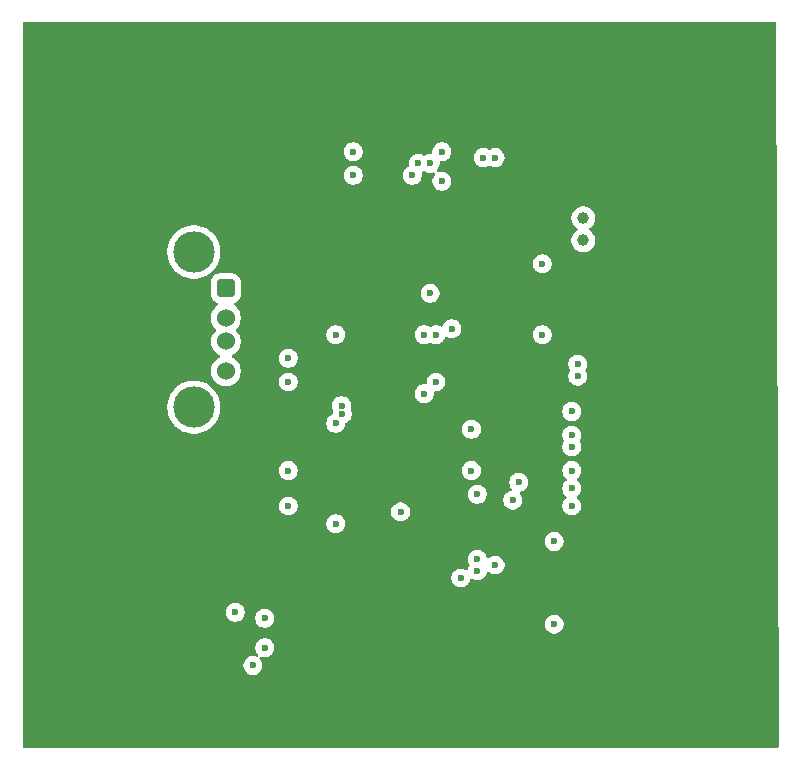
<source format=gbr>
%TF.GenerationSoftware,KiCad,Pcbnew,9.0.4*%
%TF.CreationDate,2025-10-12T20:17:52-04:00*%
%TF.ProjectId,Camera_PCB,43616d65-7261-45f5-9043-422e6b696361,rev?*%
%TF.SameCoordinates,Original*%
%TF.FileFunction,Copper,L4,Inr*%
%TF.FilePolarity,Positive*%
%FSLAX46Y46*%
G04 Gerber Fmt 4.6, Leading zero omitted, Abs format (unit mm)*
G04 Created by KiCad (PCBNEW 9.0.4) date 2025-10-12 20:17:52*
%MOMM*%
%LPD*%
G01*
G04 APERTURE LIST*
G04 Aperture macros list*
%AMRoundRect*
0 Rectangle with rounded corners*
0 $1 Rounding radius*
0 $2 $3 $4 $5 $6 $7 $8 $9 X,Y pos of 4 corners*
0 Add a 4 corners polygon primitive as box body*
4,1,4,$2,$3,$4,$5,$6,$7,$8,$9,$2,$3,0*
0 Add four circle primitives for the rounded corners*
1,1,$1+$1,$2,$3*
1,1,$1+$1,$4,$5*
1,1,$1+$1,$6,$7*
1,1,$1+$1,$8,$9*
0 Add four rect primitives between the rounded corners*
20,1,$1+$1,$2,$3,$4,$5,0*
20,1,$1+$1,$4,$5,$6,$7,0*
20,1,$1+$1,$6,$7,$8,$9,0*
20,1,$1+$1,$8,$9,$2,$3,0*%
G04 Aperture macros list end*
%TA.AperFunction,ComponentPad*%
%ADD10RoundRect,0.250000X-0.512000X0.512000X-0.512000X-0.512000X0.512000X-0.512000X0.512000X0.512000X0*%
%TD*%
%TA.AperFunction,ComponentPad*%
%ADD11C,1.524000*%
%TD*%
%TA.AperFunction,ComponentPad*%
%ADD12C,3.500000*%
%TD*%
%TA.AperFunction,ComponentPad*%
%ADD13C,1.000000*%
%TD*%
%TA.AperFunction,ViaPad*%
%ADD14C,0.600000*%
%TD*%
G04 APERTURE END LIST*
D10*
%TO.N,+5V*%
%TO.C,J2*%
X132710000Y-93570000D03*
D11*
%TO.N,USB_N*%
X132710000Y-96070000D03*
%TO.N,USB_P*%
X132710000Y-98070000D03*
%TO.N,GNDREF*%
X132710000Y-100570000D03*
D12*
X130000000Y-90500000D03*
X130000000Y-103640000D03*
%TD*%
D13*
%TO.N,X32KIN*%
%TO.C,Y2*%
X162960000Y-89520000D03*
%TO.N,X32KOUT*%
X162960000Y-87620000D03*
%TD*%
D14*
%TO.N,GNDREF*%
X151000000Y-84500000D03*
%TO.N,SDC0_D0*%
X154500000Y-82500000D03*
%TO.N,X24MOUT*%
X160500000Y-115000000D03*
X160500000Y-122000000D03*
%TO.N,SDC0_CMD*%
X150000000Y-94000000D03*
X150000000Y-83000000D03*
%TO.N,VDD*%
X151000000Y-82000000D03*
X143500000Y-82000000D03*
%TO.N,SDC0_D1*%
X149500000Y-102500000D03*
X155500000Y-82500000D03*
%TO.N,X32KOUT*%
X159500000Y-91500000D03*
X159500000Y-97500000D03*
%TO.N,SDC0_D3*%
X149000000Y-83000000D03*
X151819500Y-97000000D03*
%TO.N,SDC0_D0*%
X150500000Y-101500000D03*
%TO.N,SVREF*%
X154000000Y-111000000D03*
X135000000Y-125500000D03*
X154000000Y-116500000D03*
%TO.N,GNDREF*%
X143500000Y-84000000D03*
%TO.N,HPVCC*%
X147500000Y-112500000D03*
X138000000Y-99500000D03*
X138000000Y-109000000D03*
X142000000Y-113500000D03*
X138000000Y-101500000D03*
X138000000Y-112000000D03*
X153500000Y-105500000D03*
X157500000Y-110000000D03*
%TO.N,VDD-CPU*%
X136000000Y-121500000D03*
X152596836Y-118096836D03*
X149500000Y-97500000D03*
X142000000Y-97500000D03*
X136000000Y-124000000D03*
X154000000Y-117500000D03*
X142000000Y-105000000D03*
%TO.N,MCSI_D1_N*%
X162000000Y-107000000D03*
X162000000Y-109000000D03*
%TO.N,MCSI_D0_N*%
X162000000Y-110500000D03*
X162000000Y-112000000D03*
%TO.N,SZQ*%
X157000000Y-111500000D03*
X133500000Y-121000000D03*
%TO.N,SDC0_CLK*%
X148500000Y-84000000D03*
X150500000Y-97500000D03*
%TO.N,CSI-SCK*%
X142565267Y-104224067D03*
X162500000Y-101000000D03*
%TO.N,MCSI_CK_N*%
X162000000Y-106000000D03*
X162000000Y-104000000D03*
%TO.N,CSI_SDA*%
X142500000Y-103500000D03*
X162500000Y-100000000D03*
%TO.N,VCC-PLL*%
X153500000Y-109000000D03*
X155500000Y-117000000D03*
%TD*%
%TA.AperFunction,Conductor*%
%TO.N,VCC-DRAM*%
G36*
X179195598Y-71019607D02*
G01*
X179262629Y-71039312D01*
X179308367Y-71092130D01*
X179319556Y-71143242D01*
X179499634Y-132375635D01*
X179480147Y-132442732D01*
X179427478Y-132488642D01*
X179375635Y-132500000D01*
X115624000Y-132500000D01*
X115556961Y-132480315D01*
X115511206Y-132427511D01*
X115500000Y-132376000D01*
X115500000Y-125421153D01*
X134199500Y-125421153D01*
X134199500Y-125578846D01*
X134230261Y-125733489D01*
X134230264Y-125733501D01*
X134290602Y-125879172D01*
X134290609Y-125879185D01*
X134378210Y-126010288D01*
X134378213Y-126010292D01*
X134489707Y-126121786D01*
X134489711Y-126121789D01*
X134620814Y-126209390D01*
X134620827Y-126209397D01*
X134766498Y-126269735D01*
X134766503Y-126269737D01*
X134921153Y-126300499D01*
X134921156Y-126300500D01*
X134921158Y-126300500D01*
X135078844Y-126300500D01*
X135078845Y-126300499D01*
X135233497Y-126269737D01*
X135379179Y-126209394D01*
X135510289Y-126121789D01*
X135621789Y-126010289D01*
X135709394Y-125879179D01*
X135769737Y-125733497D01*
X135800500Y-125578842D01*
X135800500Y-125421158D01*
X135800500Y-125421155D01*
X135800499Y-125421153D01*
X135769738Y-125266510D01*
X135769737Y-125266503D01*
X135769735Y-125266498D01*
X135709397Y-125120827D01*
X135709390Y-125120814D01*
X135621789Y-124989711D01*
X135621786Y-124989707D01*
X135584746Y-124952667D01*
X135551261Y-124891344D01*
X135556245Y-124821652D01*
X135598117Y-124765719D01*
X135663581Y-124741302D01*
X135719878Y-124750424D01*
X135766503Y-124769737D01*
X135921153Y-124800499D01*
X135921156Y-124800500D01*
X135921158Y-124800500D01*
X136078844Y-124800500D01*
X136078845Y-124800499D01*
X136233497Y-124769737D01*
X136379179Y-124709394D01*
X136510289Y-124621789D01*
X136621789Y-124510289D01*
X136709394Y-124379179D01*
X136769737Y-124233497D01*
X136800500Y-124078842D01*
X136800500Y-123921158D01*
X136800500Y-123921155D01*
X136800499Y-123921153D01*
X136769738Y-123766510D01*
X136769737Y-123766503D01*
X136769735Y-123766498D01*
X136709397Y-123620827D01*
X136709390Y-123620814D01*
X136621789Y-123489711D01*
X136621786Y-123489707D01*
X136510292Y-123378213D01*
X136510288Y-123378210D01*
X136379185Y-123290609D01*
X136379172Y-123290602D01*
X136233501Y-123230264D01*
X136233489Y-123230261D01*
X136078845Y-123199500D01*
X136078842Y-123199500D01*
X135921158Y-123199500D01*
X135921155Y-123199500D01*
X135766510Y-123230261D01*
X135766498Y-123230264D01*
X135620827Y-123290602D01*
X135620814Y-123290609D01*
X135489711Y-123378210D01*
X135489707Y-123378213D01*
X135378213Y-123489707D01*
X135378210Y-123489711D01*
X135290609Y-123620814D01*
X135290602Y-123620827D01*
X135230264Y-123766498D01*
X135230261Y-123766510D01*
X135199500Y-123921153D01*
X135199500Y-124078846D01*
X135230261Y-124233489D01*
X135230264Y-124233501D01*
X135290602Y-124379172D01*
X135290609Y-124379185D01*
X135378210Y-124510288D01*
X135378213Y-124510292D01*
X135415253Y-124547332D01*
X135448738Y-124608655D01*
X135443754Y-124678347D01*
X135401882Y-124734280D01*
X135336418Y-124758697D01*
X135280121Y-124749575D01*
X135233497Y-124730263D01*
X135233492Y-124730262D01*
X135233489Y-124730261D01*
X135078845Y-124699500D01*
X135078842Y-124699500D01*
X134921158Y-124699500D01*
X134921155Y-124699500D01*
X134766510Y-124730261D01*
X134766498Y-124730264D01*
X134620827Y-124790602D01*
X134620814Y-124790609D01*
X134489711Y-124878210D01*
X134489707Y-124878213D01*
X134378213Y-124989707D01*
X134378210Y-124989711D01*
X134290609Y-125120814D01*
X134290602Y-125120827D01*
X134230264Y-125266498D01*
X134230261Y-125266510D01*
X134199500Y-125421153D01*
X115500000Y-125421153D01*
X115500000Y-120921153D01*
X132699500Y-120921153D01*
X132699500Y-121078846D01*
X132730261Y-121233489D01*
X132730264Y-121233501D01*
X132790602Y-121379172D01*
X132790609Y-121379185D01*
X132878210Y-121510288D01*
X132878213Y-121510292D01*
X132989707Y-121621786D01*
X132989711Y-121621789D01*
X133120814Y-121709390D01*
X133120827Y-121709397D01*
X133258683Y-121766498D01*
X133266503Y-121769737D01*
X133421153Y-121800499D01*
X133421156Y-121800500D01*
X133421158Y-121800500D01*
X133578844Y-121800500D01*
X133578845Y-121800499D01*
X133733497Y-121769737D01*
X133879179Y-121709394D01*
X134010289Y-121621789D01*
X134121789Y-121510289D01*
X134181348Y-121421153D01*
X135199500Y-121421153D01*
X135199500Y-121578846D01*
X135230261Y-121733489D01*
X135230264Y-121733501D01*
X135290602Y-121879172D01*
X135290609Y-121879185D01*
X135378210Y-122010288D01*
X135378213Y-122010292D01*
X135489707Y-122121786D01*
X135489711Y-122121789D01*
X135620814Y-122209390D01*
X135620827Y-122209397D01*
X135766498Y-122269735D01*
X135766503Y-122269737D01*
X135921153Y-122300499D01*
X135921156Y-122300500D01*
X135921158Y-122300500D01*
X136078844Y-122300500D01*
X136078845Y-122300499D01*
X136233497Y-122269737D01*
X136379179Y-122209394D01*
X136510289Y-122121789D01*
X136621789Y-122010289D01*
X136681348Y-121921153D01*
X159699500Y-121921153D01*
X159699500Y-122078846D01*
X159730261Y-122233489D01*
X159730264Y-122233501D01*
X159790602Y-122379172D01*
X159790609Y-122379185D01*
X159878210Y-122510288D01*
X159878213Y-122510292D01*
X159989707Y-122621786D01*
X159989711Y-122621789D01*
X160120814Y-122709390D01*
X160120827Y-122709397D01*
X160266498Y-122769735D01*
X160266503Y-122769737D01*
X160421153Y-122800499D01*
X160421156Y-122800500D01*
X160421158Y-122800500D01*
X160578844Y-122800500D01*
X160578845Y-122800499D01*
X160733497Y-122769737D01*
X160879179Y-122709394D01*
X161010289Y-122621789D01*
X161121789Y-122510289D01*
X161209394Y-122379179D01*
X161269737Y-122233497D01*
X161300500Y-122078842D01*
X161300500Y-121921158D01*
X161300500Y-121921155D01*
X161300499Y-121921153D01*
X161269738Y-121766510D01*
X161269737Y-121766503D01*
X161209794Y-121621786D01*
X161209397Y-121620827D01*
X161209390Y-121620814D01*
X161121789Y-121489711D01*
X161121786Y-121489707D01*
X161010292Y-121378213D01*
X161010288Y-121378210D01*
X160879185Y-121290609D01*
X160879172Y-121290602D01*
X160733501Y-121230264D01*
X160733489Y-121230261D01*
X160578845Y-121199500D01*
X160578842Y-121199500D01*
X160421158Y-121199500D01*
X160421155Y-121199500D01*
X160266510Y-121230261D01*
X160266498Y-121230264D01*
X160120827Y-121290602D01*
X160120814Y-121290609D01*
X159989711Y-121378210D01*
X159989707Y-121378213D01*
X159878213Y-121489707D01*
X159878210Y-121489711D01*
X159790609Y-121620814D01*
X159790602Y-121620827D01*
X159730264Y-121766498D01*
X159730261Y-121766510D01*
X159699500Y-121921153D01*
X136681348Y-121921153D01*
X136709394Y-121879179D01*
X136769737Y-121733497D01*
X136800500Y-121578842D01*
X136800500Y-121421158D01*
X136800500Y-121421155D01*
X136800499Y-121421153D01*
X136774531Y-121290606D01*
X136769737Y-121266503D01*
X136756062Y-121233489D01*
X136709397Y-121120827D01*
X136709390Y-121120814D01*
X136621789Y-120989711D01*
X136621786Y-120989707D01*
X136510292Y-120878213D01*
X136510288Y-120878210D01*
X136379185Y-120790609D01*
X136379172Y-120790602D01*
X136233501Y-120730264D01*
X136233489Y-120730261D01*
X136078845Y-120699500D01*
X136078842Y-120699500D01*
X135921158Y-120699500D01*
X135921155Y-120699500D01*
X135766510Y-120730261D01*
X135766498Y-120730264D01*
X135620827Y-120790602D01*
X135620814Y-120790609D01*
X135489711Y-120878210D01*
X135489707Y-120878213D01*
X135378213Y-120989707D01*
X135378210Y-120989711D01*
X135290609Y-121120814D01*
X135290602Y-121120827D01*
X135230264Y-121266498D01*
X135230261Y-121266510D01*
X135199500Y-121421153D01*
X134181348Y-121421153D01*
X134209394Y-121379179D01*
X134269737Y-121233497D01*
X134300500Y-121078842D01*
X134300500Y-120921158D01*
X134300500Y-120921155D01*
X134300499Y-120921153D01*
X134274531Y-120790606D01*
X134269737Y-120766503D01*
X134269735Y-120766498D01*
X134209397Y-120620827D01*
X134209390Y-120620814D01*
X134121789Y-120489711D01*
X134121786Y-120489707D01*
X134010292Y-120378213D01*
X134010288Y-120378210D01*
X133879185Y-120290609D01*
X133879172Y-120290602D01*
X133733501Y-120230264D01*
X133733489Y-120230261D01*
X133578845Y-120199500D01*
X133578842Y-120199500D01*
X133421158Y-120199500D01*
X133421155Y-120199500D01*
X133266510Y-120230261D01*
X133266498Y-120230264D01*
X133120827Y-120290602D01*
X133120814Y-120290609D01*
X132989711Y-120378210D01*
X132989707Y-120378213D01*
X132878213Y-120489707D01*
X132878210Y-120489711D01*
X132790609Y-120620814D01*
X132790602Y-120620827D01*
X132730264Y-120766498D01*
X132730261Y-120766510D01*
X132699500Y-120921153D01*
X115500000Y-120921153D01*
X115500000Y-118017989D01*
X151796336Y-118017989D01*
X151796336Y-118175682D01*
X151827097Y-118330325D01*
X151827100Y-118330337D01*
X151887438Y-118476008D01*
X151887445Y-118476021D01*
X151975046Y-118607124D01*
X151975049Y-118607128D01*
X152086543Y-118718622D01*
X152086547Y-118718625D01*
X152217650Y-118806226D01*
X152217663Y-118806233D01*
X152363334Y-118866571D01*
X152363339Y-118866573D01*
X152517989Y-118897335D01*
X152517992Y-118897336D01*
X152517994Y-118897336D01*
X152675680Y-118897336D01*
X152675681Y-118897335D01*
X152830333Y-118866573D01*
X152976015Y-118806230D01*
X153107125Y-118718625D01*
X153218625Y-118607125D01*
X153306230Y-118476015D01*
X153366573Y-118330333D01*
X153381430Y-118255643D01*
X153413814Y-118193732D01*
X153474530Y-118159158D01*
X153544300Y-118162897D01*
X153571938Y-118176732D01*
X153620814Y-118209390D01*
X153620827Y-118209397D01*
X153766498Y-118269735D01*
X153766503Y-118269737D01*
X153921153Y-118300499D01*
X153921156Y-118300500D01*
X153921158Y-118300500D01*
X154078844Y-118300500D01*
X154078845Y-118300499D01*
X154233497Y-118269737D01*
X154379179Y-118209394D01*
X154510289Y-118121789D01*
X154621789Y-118010289D01*
X154709394Y-117879179D01*
X154769737Y-117733497D01*
X154779508Y-117684373D01*
X154811892Y-117622464D01*
X154872607Y-117587890D01*
X154942377Y-117591629D01*
X154984696Y-117618295D01*
X154985001Y-117617924D01*
X154987957Y-117620350D01*
X154988806Y-117620885D01*
X154989707Y-117621786D01*
X154989711Y-117621789D01*
X155120814Y-117709390D01*
X155120827Y-117709397D01*
X155266498Y-117769735D01*
X155266503Y-117769737D01*
X155421153Y-117800499D01*
X155421156Y-117800500D01*
X155421158Y-117800500D01*
X155578844Y-117800500D01*
X155578845Y-117800499D01*
X155733497Y-117769737D01*
X155879179Y-117709394D01*
X156010289Y-117621789D01*
X156121789Y-117510289D01*
X156209394Y-117379179D01*
X156269737Y-117233497D01*
X156300500Y-117078842D01*
X156300500Y-116921158D01*
X156300500Y-116921155D01*
X156300499Y-116921153D01*
X156269738Y-116766510D01*
X156269737Y-116766503D01*
X156256062Y-116733489D01*
X156209397Y-116620827D01*
X156209390Y-116620814D01*
X156121789Y-116489711D01*
X156121786Y-116489707D01*
X156010292Y-116378213D01*
X156010288Y-116378210D01*
X155879185Y-116290609D01*
X155879172Y-116290602D01*
X155733501Y-116230264D01*
X155733489Y-116230261D01*
X155578845Y-116199500D01*
X155578842Y-116199500D01*
X155421158Y-116199500D01*
X155421155Y-116199500D01*
X155266510Y-116230261D01*
X155266498Y-116230264D01*
X155120827Y-116290602D01*
X155120814Y-116290609D01*
X154989711Y-116378210D01*
X154989708Y-116378212D01*
X154988798Y-116379123D01*
X154988204Y-116379446D01*
X154985001Y-116382076D01*
X154984502Y-116381468D01*
X154927471Y-116412602D01*
X154857780Y-116407611D01*
X154801851Y-116365734D01*
X154779508Y-116315624D01*
X154769738Y-116266509D01*
X154769737Y-116266503D01*
X154769735Y-116266498D01*
X154709397Y-116120827D01*
X154709390Y-116120814D01*
X154621789Y-115989711D01*
X154621786Y-115989707D01*
X154510292Y-115878213D01*
X154510288Y-115878210D01*
X154379185Y-115790609D01*
X154379172Y-115790602D01*
X154233501Y-115730264D01*
X154233489Y-115730261D01*
X154078845Y-115699500D01*
X154078842Y-115699500D01*
X153921158Y-115699500D01*
X153921155Y-115699500D01*
X153766510Y-115730261D01*
X153766498Y-115730264D01*
X153620827Y-115790602D01*
X153620814Y-115790609D01*
X153489711Y-115878210D01*
X153489707Y-115878213D01*
X153378213Y-115989707D01*
X153378210Y-115989711D01*
X153290609Y-116120814D01*
X153290602Y-116120827D01*
X153230264Y-116266498D01*
X153230261Y-116266510D01*
X153199500Y-116421153D01*
X153199500Y-116578846D01*
X153230261Y-116733489D01*
X153230264Y-116733501D01*
X153290602Y-116879172D01*
X153290609Y-116879185D01*
X153325304Y-116931109D01*
X153346182Y-116997786D01*
X153327698Y-117065167D01*
X153325304Y-117068891D01*
X153290609Y-117120814D01*
X153290602Y-117120827D01*
X153230264Y-117266498D01*
X153230262Y-117266507D01*
X153215405Y-117341194D01*
X153183019Y-117403104D01*
X153122303Y-117437678D01*
X153052534Y-117433937D01*
X153024898Y-117420103D01*
X152976026Y-117387448D01*
X152976008Y-117387438D01*
X152830337Y-117327100D01*
X152830325Y-117327097D01*
X152675681Y-117296336D01*
X152675678Y-117296336D01*
X152517994Y-117296336D01*
X152517991Y-117296336D01*
X152363346Y-117327097D01*
X152363334Y-117327100D01*
X152217663Y-117387438D01*
X152217650Y-117387445D01*
X152086547Y-117475046D01*
X152086543Y-117475049D01*
X151975049Y-117586543D01*
X151975046Y-117586547D01*
X151887445Y-117717650D01*
X151887438Y-117717663D01*
X151827100Y-117863334D01*
X151827097Y-117863346D01*
X151796336Y-118017989D01*
X115500000Y-118017989D01*
X115500000Y-114921153D01*
X159699500Y-114921153D01*
X159699500Y-115078846D01*
X159730261Y-115233489D01*
X159730264Y-115233501D01*
X159790602Y-115379172D01*
X159790609Y-115379185D01*
X159878210Y-115510288D01*
X159878213Y-115510292D01*
X159989707Y-115621786D01*
X159989711Y-115621789D01*
X160120814Y-115709390D01*
X160120827Y-115709397D01*
X160266498Y-115769735D01*
X160266503Y-115769737D01*
X160421153Y-115800499D01*
X160421156Y-115800500D01*
X160421158Y-115800500D01*
X160578844Y-115800500D01*
X160578845Y-115800499D01*
X160733497Y-115769737D01*
X160879179Y-115709394D01*
X161010289Y-115621789D01*
X161121789Y-115510289D01*
X161209394Y-115379179D01*
X161269737Y-115233497D01*
X161300500Y-115078842D01*
X161300500Y-114921158D01*
X161300500Y-114921155D01*
X161300499Y-114921153D01*
X161269738Y-114766510D01*
X161269737Y-114766503D01*
X161269735Y-114766498D01*
X161209397Y-114620827D01*
X161209390Y-114620814D01*
X161121789Y-114489711D01*
X161121786Y-114489707D01*
X161010292Y-114378213D01*
X161010288Y-114378210D01*
X160879185Y-114290609D01*
X160879172Y-114290602D01*
X160733501Y-114230264D01*
X160733489Y-114230261D01*
X160578845Y-114199500D01*
X160578842Y-114199500D01*
X160421158Y-114199500D01*
X160421155Y-114199500D01*
X160266510Y-114230261D01*
X160266498Y-114230264D01*
X160120827Y-114290602D01*
X160120814Y-114290609D01*
X159989711Y-114378210D01*
X159989707Y-114378213D01*
X159878213Y-114489707D01*
X159878210Y-114489711D01*
X159790609Y-114620814D01*
X159790602Y-114620827D01*
X159730264Y-114766498D01*
X159730261Y-114766510D01*
X159699500Y-114921153D01*
X115500000Y-114921153D01*
X115500000Y-113421153D01*
X141199500Y-113421153D01*
X141199500Y-113578846D01*
X141230261Y-113733489D01*
X141230264Y-113733501D01*
X141290602Y-113879172D01*
X141290609Y-113879185D01*
X141378210Y-114010288D01*
X141378213Y-114010292D01*
X141489707Y-114121786D01*
X141489711Y-114121789D01*
X141620814Y-114209390D01*
X141620827Y-114209397D01*
X141766498Y-114269735D01*
X141766503Y-114269737D01*
X141921153Y-114300499D01*
X141921156Y-114300500D01*
X141921158Y-114300500D01*
X142078844Y-114300500D01*
X142078845Y-114300499D01*
X142233497Y-114269737D01*
X142379179Y-114209394D01*
X142510289Y-114121789D01*
X142621789Y-114010289D01*
X142709394Y-113879179D01*
X142769737Y-113733497D01*
X142800500Y-113578842D01*
X142800500Y-113421158D01*
X142800500Y-113421155D01*
X142800499Y-113421153D01*
X142769738Y-113266510D01*
X142769737Y-113266503D01*
X142709794Y-113121786D01*
X142709397Y-113120827D01*
X142709390Y-113120814D01*
X142621789Y-112989711D01*
X142621786Y-112989707D01*
X142510292Y-112878213D01*
X142510288Y-112878210D01*
X142379185Y-112790609D01*
X142379172Y-112790602D01*
X142233501Y-112730264D01*
X142233489Y-112730261D01*
X142078845Y-112699500D01*
X142078842Y-112699500D01*
X141921158Y-112699500D01*
X141921155Y-112699500D01*
X141766510Y-112730261D01*
X141766498Y-112730264D01*
X141620827Y-112790602D01*
X141620814Y-112790609D01*
X141489711Y-112878210D01*
X141489707Y-112878213D01*
X141378213Y-112989707D01*
X141378210Y-112989711D01*
X141290609Y-113120814D01*
X141290602Y-113120827D01*
X141230264Y-113266498D01*
X141230261Y-113266510D01*
X141199500Y-113421153D01*
X115500000Y-113421153D01*
X115500000Y-111921153D01*
X137199500Y-111921153D01*
X137199500Y-112078846D01*
X137230261Y-112233489D01*
X137230264Y-112233501D01*
X137290602Y-112379172D01*
X137290609Y-112379185D01*
X137378210Y-112510288D01*
X137378213Y-112510292D01*
X137489707Y-112621786D01*
X137489711Y-112621789D01*
X137620814Y-112709390D01*
X137620827Y-112709397D01*
X137766498Y-112769735D01*
X137766503Y-112769737D01*
X137921153Y-112800499D01*
X137921156Y-112800500D01*
X137921158Y-112800500D01*
X138078844Y-112800500D01*
X138078845Y-112800499D01*
X138233497Y-112769737D01*
X138379179Y-112709394D01*
X138510289Y-112621789D01*
X138621789Y-112510289D01*
X138681348Y-112421153D01*
X146699500Y-112421153D01*
X146699500Y-112578846D01*
X146730261Y-112733489D01*
X146730264Y-112733501D01*
X146790602Y-112879172D01*
X146790609Y-112879185D01*
X146878210Y-113010288D01*
X146878213Y-113010292D01*
X146989707Y-113121786D01*
X146989711Y-113121789D01*
X147120814Y-113209390D01*
X147120827Y-113209397D01*
X147258683Y-113266498D01*
X147266503Y-113269737D01*
X147421153Y-113300499D01*
X147421156Y-113300500D01*
X147421158Y-113300500D01*
X147578844Y-113300500D01*
X147578845Y-113300499D01*
X147733497Y-113269737D01*
X147879179Y-113209394D01*
X148010289Y-113121789D01*
X148121789Y-113010289D01*
X148209394Y-112879179D01*
X148269737Y-112733497D01*
X148300500Y-112578842D01*
X148300500Y-112421158D01*
X148300500Y-112421155D01*
X148300499Y-112421153D01*
X148269738Y-112266510D01*
X148269737Y-112266503D01*
X148209794Y-112121786D01*
X148209397Y-112120827D01*
X148209390Y-112120814D01*
X148121789Y-111989711D01*
X148121786Y-111989707D01*
X148010292Y-111878213D01*
X148010288Y-111878210D01*
X147879185Y-111790609D01*
X147879172Y-111790602D01*
X147733501Y-111730264D01*
X147733489Y-111730261D01*
X147578845Y-111699500D01*
X147578842Y-111699500D01*
X147421158Y-111699500D01*
X147421155Y-111699500D01*
X147266510Y-111730261D01*
X147266498Y-111730264D01*
X147120827Y-111790602D01*
X147120814Y-111790609D01*
X146989711Y-111878210D01*
X146989707Y-111878213D01*
X146878213Y-111989707D01*
X146878210Y-111989711D01*
X146790609Y-112120814D01*
X146790602Y-112120827D01*
X146730264Y-112266498D01*
X146730261Y-112266510D01*
X146699500Y-112421153D01*
X138681348Y-112421153D01*
X138709394Y-112379179D01*
X138769737Y-112233497D01*
X138800500Y-112078842D01*
X138800500Y-111921158D01*
X138800500Y-111921155D01*
X138800499Y-111921153D01*
X138774531Y-111790606D01*
X138769737Y-111766503D01*
X138756062Y-111733489D01*
X138709397Y-111620827D01*
X138709390Y-111620814D01*
X138621789Y-111489711D01*
X138621786Y-111489707D01*
X138510292Y-111378213D01*
X138510288Y-111378210D01*
X138379185Y-111290609D01*
X138379172Y-111290602D01*
X138233501Y-111230264D01*
X138233489Y-111230261D01*
X138078845Y-111199500D01*
X138078842Y-111199500D01*
X137921158Y-111199500D01*
X137921155Y-111199500D01*
X137766510Y-111230261D01*
X137766498Y-111230264D01*
X137620827Y-111290602D01*
X137620814Y-111290609D01*
X137489711Y-111378210D01*
X137489707Y-111378213D01*
X137378213Y-111489707D01*
X137378210Y-111489711D01*
X137290609Y-111620814D01*
X137290602Y-111620827D01*
X137230264Y-111766498D01*
X137230261Y-111766510D01*
X137199500Y-111921153D01*
X115500000Y-111921153D01*
X115500000Y-110921153D01*
X153199500Y-110921153D01*
X153199500Y-111078846D01*
X153230261Y-111233489D01*
X153230264Y-111233501D01*
X153290602Y-111379172D01*
X153290609Y-111379185D01*
X153378210Y-111510288D01*
X153378213Y-111510292D01*
X153489707Y-111621786D01*
X153489711Y-111621789D01*
X153620814Y-111709390D01*
X153620827Y-111709397D01*
X153758683Y-111766498D01*
X153766503Y-111769737D01*
X153921153Y-111800499D01*
X153921156Y-111800500D01*
X153921158Y-111800500D01*
X154078844Y-111800500D01*
X154078845Y-111800499D01*
X154233497Y-111769737D01*
X154379179Y-111709394D01*
X154510289Y-111621789D01*
X154621789Y-111510289D01*
X154681348Y-111421153D01*
X156199500Y-111421153D01*
X156199500Y-111578846D01*
X156230261Y-111733489D01*
X156230264Y-111733501D01*
X156290602Y-111879172D01*
X156290609Y-111879185D01*
X156378210Y-112010288D01*
X156378213Y-112010292D01*
X156489707Y-112121786D01*
X156489711Y-112121789D01*
X156620814Y-112209390D01*
X156620827Y-112209397D01*
X156758683Y-112266498D01*
X156766503Y-112269737D01*
X156921153Y-112300499D01*
X156921156Y-112300500D01*
X156921158Y-112300500D01*
X157078844Y-112300500D01*
X157078845Y-112300499D01*
X157233497Y-112269737D01*
X157379179Y-112209394D01*
X157510289Y-112121789D01*
X157621789Y-112010289D01*
X157709394Y-111879179D01*
X157769737Y-111733497D01*
X157800500Y-111578842D01*
X157800500Y-111421158D01*
X157800500Y-111421155D01*
X157800499Y-111421153D01*
X157782937Y-111332863D01*
X157769737Y-111266503D01*
X157756062Y-111233489D01*
X157709397Y-111120827D01*
X157709390Y-111120814D01*
X157621789Y-110989711D01*
X157621786Y-110989707D01*
X157620885Y-110988806D01*
X157620563Y-110988217D01*
X157617924Y-110985001D01*
X157618533Y-110984500D01*
X157587400Y-110927483D01*
X157592384Y-110857791D01*
X157634256Y-110801858D01*
X157684372Y-110779508D01*
X157733497Y-110769737D01*
X157879179Y-110709394D01*
X158010289Y-110621789D01*
X158121789Y-110510289D01*
X158209394Y-110379179D01*
X158269737Y-110233497D01*
X158300500Y-110078842D01*
X158300500Y-109921158D01*
X158300500Y-109921155D01*
X158300499Y-109921153D01*
X158276499Y-109800499D01*
X158269737Y-109766503D01*
X158262901Y-109750000D01*
X158209397Y-109620827D01*
X158209390Y-109620814D01*
X158121789Y-109489711D01*
X158121786Y-109489707D01*
X158010292Y-109378213D01*
X158010288Y-109378210D01*
X157879185Y-109290609D01*
X157879172Y-109290602D01*
X157733501Y-109230264D01*
X157733489Y-109230261D01*
X157578845Y-109199500D01*
X157578842Y-109199500D01*
X157421158Y-109199500D01*
X157421155Y-109199500D01*
X157266510Y-109230261D01*
X157266498Y-109230264D01*
X157120827Y-109290602D01*
X157120814Y-109290609D01*
X156989711Y-109378210D01*
X156989707Y-109378213D01*
X156878213Y-109489707D01*
X156878210Y-109489711D01*
X156790609Y-109620814D01*
X156790602Y-109620827D01*
X156730264Y-109766498D01*
X156730261Y-109766510D01*
X156699500Y-109921153D01*
X156699500Y-110078846D01*
X156730261Y-110233489D01*
X156730264Y-110233501D01*
X156790602Y-110379172D01*
X156790609Y-110379185D01*
X156878210Y-110510288D01*
X156878213Y-110510292D01*
X156879114Y-110511193D01*
X156879435Y-110511780D01*
X156882076Y-110514999D01*
X156881465Y-110515499D01*
X156912599Y-110572516D01*
X156907615Y-110642208D01*
X156865743Y-110698141D01*
X156815626Y-110720491D01*
X156766507Y-110730261D01*
X156766498Y-110730264D01*
X156620827Y-110790602D01*
X156620814Y-110790609D01*
X156489711Y-110878210D01*
X156489707Y-110878213D01*
X156378213Y-110989707D01*
X156378210Y-110989711D01*
X156290609Y-111120814D01*
X156290602Y-111120827D01*
X156230264Y-111266498D01*
X156230261Y-111266510D01*
X156199500Y-111421153D01*
X154681348Y-111421153D01*
X154709394Y-111379179D01*
X154769737Y-111233497D01*
X154800500Y-111078842D01*
X154800500Y-110921158D01*
X154800500Y-110921155D01*
X154800499Y-110921153D01*
X154787895Y-110857791D01*
X154769737Y-110766503D01*
X154756062Y-110733489D01*
X154709397Y-110620827D01*
X154709390Y-110620814D01*
X154621789Y-110489711D01*
X154621786Y-110489707D01*
X154510292Y-110378213D01*
X154510288Y-110378210D01*
X154379185Y-110290609D01*
X154379172Y-110290602D01*
X154233501Y-110230264D01*
X154233489Y-110230261D01*
X154078845Y-110199500D01*
X154078842Y-110199500D01*
X153921158Y-110199500D01*
X153921155Y-110199500D01*
X153766510Y-110230261D01*
X153766498Y-110230264D01*
X153620827Y-110290602D01*
X153620814Y-110290609D01*
X153489711Y-110378210D01*
X153489707Y-110378213D01*
X153378213Y-110489707D01*
X153378210Y-110489711D01*
X153290609Y-110620814D01*
X153290602Y-110620827D01*
X153230264Y-110766498D01*
X153230261Y-110766510D01*
X153199500Y-110921153D01*
X115500000Y-110921153D01*
X115500000Y-108921153D01*
X137199500Y-108921153D01*
X137199500Y-109078846D01*
X137230261Y-109233489D01*
X137230264Y-109233501D01*
X137290602Y-109379172D01*
X137290609Y-109379185D01*
X137378210Y-109510288D01*
X137378213Y-109510292D01*
X137489707Y-109621786D01*
X137489711Y-109621789D01*
X137620814Y-109709390D01*
X137620827Y-109709397D01*
X137718853Y-109750000D01*
X137766503Y-109769737D01*
X137921153Y-109800499D01*
X137921156Y-109800500D01*
X137921158Y-109800500D01*
X138078844Y-109800500D01*
X138078845Y-109800499D01*
X138233497Y-109769737D01*
X138379179Y-109709394D01*
X138510289Y-109621789D01*
X138621789Y-109510289D01*
X138709394Y-109379179D01*
X138769737Y-109233497D01*
X138800500Y-109078842D01*
X138800500Y-108921158D01*
X138800500Y-108921155D01*
X138800499Y-108921153D01*
X152699500Y-108921153D01*
X152699500Y-109078846D01*
X152730261Y-109233489D01*
X152730264Y-109233501D01*
X152790602Y-109379172D01*
X152790609Y-109379185D01*
X152878210Y-109510288D01*
X152878213Y-109510292D01*
X152989707Y-109621786D01*
X152989711Y-109621789D01*
X153120814Y-109709390D01*
X153120827Y-109709397D01*
X153218853Y-109750000D01*
X153266503Y-109769737D01*
X153421153Y-109800499D01*
X153421156Y-109800500D01*
X153421158Y-109800500D01*
X153578844Y-109800500D01*
X153578845Y-109800499D01*
X153733497Y-109769737D01*
X153879179Y-109709394D01*
X154010289Y-109621789D01*
X154121789Y-109510289D01*
X154209394Y-109379179D01*
X154269737Y-109233497D01*
X154300500Y-109078842D01*
X154300500Y-108921158D01*
X154300500Y-108921155D01*
X154300499Y-108921153D01*
X161199500Y-108921153D01*
X161199500Y-109078846D01*
X161230261Y-109233489D01*
X161230264Y-109233501D01*
X161290602Y-109379172D01*
X161290609Y-109379185D01*
X161378210Y-109510288D01*
X161378213Y-109510292D01*
X161489707Y-109621786D01*
X161489710Y-109621788D01*
X161489711Y-109621789D01*
X161515219Y-109638833D01*
X161527289Y-109646898D01*
X161572093Y-109700511D01*
X161580800Y-109769836D01*
X161550645Y-109832863D01*
X161527289Y-109853102D01*
X161489707Y-109878213D01*
X161378213Y-109989707D01*
X161378210Y-109989711D01*
X161290609Y-110120814D01*
X161290602Y-110120827D01*
X161230264Y-110266498D01*
X161230261Y-110266510D01*
X161199500Y-110421153D01*
X161199500Y-110578846D01*
X161230261Y-110733489D01*
X161230264Y-110733501D01*
X161290602Y-110879172D01*
X161290609Y-110879185D01*
X161378210Y-111010288D01*
X161378213Y-111010292D01*
X161489707Y-111121786D01*
X161489710Y-111121788D01*
X161489711Y-111121789D01*
X161515219Y-111138833D01*
X161527289Y-111146898D01*
X161572093Y-111200511D01*
X161580800Y-111269836D01*
X161550645Y-111332863D01*
X161527289Y-111353102D01*
X161489707Y-111378213D01*
X161378213Y-111489707D01*
X161378210Y-111489711D01*
X161290609Y-111620814D01*
X161290602Y-111620827D01*
X161230264Y-111766498D01*
X161230261Y-111766510D01*
X161199500Y-111921153D01*
X161199500Y-112078846D01*
X161230261Y-112233489D01*
X161230264Y-112233501D01*
X161290602Y-112379172D01*
X161290609Y-112379185D01*
X161378210Y-112510288D01*
X161378213Y-112510292D01*
X161489707Y-112621786D01*
X161489711Y-112621789D01*
X161620814Y-112709390D01*
X161620827Y-112709397D01*
X161766498Y-112769735D01*
X161766503Y-112769737D01*
X161921153Y-112800499D01*
X161921156Y-112800500D01*
X161921158Y-112800500D01*
X162078844Y-112800500D01*
X162078845Y-112800499D01*
X162233497Y-112769737D01*
X162379179Y-112709394D01*
X162510289Y-112621789D01*
X162621789Y-112510289D01*
X162709394Y-112379179D01*
X162769737Y-112233497D01*
X162800500Y-112078842D01*
X162800500Y-111921158D01*
X162800500Y-111921155D01*
X162800499Y-111921153D01*
X162774531Y-111790606D01*
X162769737Y-111766503D01*
X162756062Y-111733489D01*
X162709397Y-111620827D01*
X162709390Y-111620814D01*
X162621789Y-111489711D01*
X162621786Y-111489707D01*
X162510292Y-111378213D01*
X162510284Y-111378207D01*
X162472712Y-111353102D01*
X162427906Y-111299490D01*
X162419199Y-111230165D01*
X162449353Y-111167138D01*
X162472712Y-111146898D01*
X162499279Y-111129145D01*
X162510289Y-111121789D01*
X162621789Y-111010289D01*
X162709394Y-110879179D01*
X162769737Y-110733497D01*
X162800500Y-110578842D01*
X162800500Y-110421158D01*
X162800500Y-110421155D01*
X162800499Y-110421153D01*
X162774531Y-110290606D01*
X162769737Y-110266503D01*
X162756062Y-110233489D01*
X162709397Y-110120827D01*
X162709390Y-110120814D01*
X162621789Y-109989711D01*
X162621786Y-109989707D01*
X162510292Y-109878213D01*
X162510284Y-109878207D01*
X162472712Y-109853102D01*
X162427906Y-109799490D01*
X162419199Y-109730165D01*
X162449353Y-109667138D01*
X162472712Y-109646898D01*
X162499279Y-109629145D01*
X162510289Y-109621789D01*
X162621789Y-109510289D01*
X162709394Y-109379179D01*
X162769737Y-109233497D01*
X162800500Y-109078842D01*
X162800500Y-108921158D01*
X162800500Y-108921155D01*
X162800499Y-108921153D01*
X162769738Y-108766510D01*
X162769737Y-108766503D01*
X162769735Y-108766498D01*
X162709397Y-108620827D01*
X162709390Y-108620814D01*
X162621789Y-108489711D01*
X162621786Y-108489707D01*
X162510292Y-108378213D01*
X162510288Y-108378210D01*
X162379185Y-108290609D01*
X162379172Y-108290602D01*
X162233501Y-108230264D01*
X162233489Y-108230261D01*
X162078845Y-108199500D01*
X162078842Y-108199500D01*
X161921158Y-108199500D01*
X161921155Y-108199500D01*
X161766510Y-108230261D01*
X161766498Y-108230264D01*
X161620827Y-108290602D01*
X161620814Y-108290609D01*
X161489711Y-108378210D01*
X161489707Y-108378213D01*
X161378213Y-108489707D01*
X161378210Y-108489711D01*
X161290609Y-108620814D01*
X161290602Y-108620827D01*
X161230264Y-108766498D01*
X161230261Y-108766510D01*
X161199500Y-108921153D01*
X154300499Y-108921153D01*
X154269738Y-108766510D01*
X154269737Y-108766503D01*
X154269735Y-108766498D01*
X154209397Y-108620827D01*
X154209390Y-108620814D01*
X154121789Y-108489711D01*
X154121786Y-108489707D01*
X154010292Y-108378213D01*
X154010288Y-108378210D01*
X153879185Y-108290609D01*
X153879172Y-108290602D01*
X153733501Y-108230264D01*
X153733489Y-108230261D01*
X153578845Y-108199500D01*
X153578842Y-108199500D01*
X153421158Y-108199500D01*
X153421155Y-108199500D01*
X153266510Y-108230261D01*
X153266498Y-108230264D01*
X153120827Y-108290602D01*
X153120814Y-108290609D01*
X152989711Y-108378210D01*
X152989707Y-108378213D01*
X152878213Y-108489707D01*
X152878210Y-108489711D01*
X152790609Y-108620814D01*
X152790602Y-108620827D01*
X152730264Y-108766498D01*
X152730261Y-108766510D01*
X152699500Y-108921153D01*
X138800499Y-108921153D01*
X138769738Y-108766510D01*
X138769737Y-108766503D01*
X138769735Y-108766498D01*
X138709397Y-108620827D01*
X138709390Y-108620814D01*
X138621789Y-108489711D01*
X138621786Y-108489707D01*
X138510292Y-108378213D01*
X138510288Y-108378210D01*
X138379185Y-108290609D01*
X138379172Y-108290602D01*
X138233501Y-108230264D01*
X138233489Y-108230261D01*
X138078845Y-108199500D01*
X138078842Y-108199500D01*
X137921158Y-108199500D01*
X137921155Y-108199500D01*
X137766510Y-108230261D01*
X137766498Y-108230264D01*
X137620827Y-108290602D01*
X137620814Y-108290609D01*
X137489711Y-108378210D01*
X137489707Y-108378213D01*
X137378213Y-108489707D01*
X137378210Y-108489711D01*
X137290609Y-108620814D01*
X137290602Y-108620827D01*
X137230264Y-108766498D01*
X137230261Y-108766510D01*
X137199500Y-108921153D01*
X115500000Y-108921153D01*
X115500000Y-103492486D01*
X127749500Y-103492486D01*
X127749500Y-103787513D01*
X127772737Y-103964009D01*
X127788007Y-104079993D01*
X127847738Y-104302913D01*
X127864361Y-104364951D01*
X127864364Y-104364961D01*
X127977254Y-104637500D01*
X127977258Y-104637510D01*
X128124761Y-104892993D01*
X128304352Y-105127040D01*
X128304358Y-105127047D01*
X128512952Y-105335641D01*
X128512959Y-105335647D01*
X128747006Y-105515238D01*
X129002489Y-105662741D01*
X129002490Y-105662741D01*
X129002493Y-105662743D01*
X129115126Y-105709397D01*
X129260801Y-105769738D01*
X129275048Y-105775639D01*
X129560007Y-105851993D01*
X129852494Y-105890500D01*
X129852501Y-105890500D01*
X130147499Y-105890500D01*
X130147506Y-105890500D01*
X130439993Y-105851993D01*
X130724952Y-105775639D01*
X130997507Y-105662743D01*
X131252994Y-105515238D01*
X131487042Y-105335646D01*
X131695646Y-105127042D01*
X131853631Y-104921153D01*
X141199500Y-104921153D01*
X141199500Y-105078846D01*
X141230261Y-105233489D01*
X141230264Y-105233501D01*
X141290602Y-105379172D01*
X141290609Y-105379185D01*
X141378210Y-105510288D01*
X141378213Y-105510292D01*
X141489707Y-105621786D01*
X141489711Y-105621789D01*
X141620814Y-105709390D01*
X141620827Y-105709397D01*
X141758683Y-105766498D01*
X141766503Y-105769737D01*
X141921153Y-105800499D01*
X141921156Y-105800500D01*
X141921158Y-105800500D01*
X142078844Y-105800500D01*
X142078845Y-105800499D01*
X142233497Y-105769737D01*
X142379179Y-105709394D01*
X142510289Y-105621789D01*
X142621789Y-105510289D01*
X142681348Y-105421153D01*
X152699500Y-105421153D01*
X152699500Y-105578846D01*
X152730261Y-105733489D01*
X152730264Y-105733501D01*
X152790602Y-105879172D01*
X152790609Y-105879185D01*
X152878210Y-106010288D01*
X152878213Y-106010292D01*
X152989707Y-106121786D01*
X152989711Y-106121789D01*
X153120814Y-106209390D01*
X153120827Y-106209397D01*
X153266498Y-106269735D01*
X153266503Y-106269737D01*
X153421153Y-106300499D01*
X153421156Y-106300500D01*
X153421158Y-106300500D01*
X153578844Y-106300500D01*
X153578845Y-106300499D01*
X153733497Y-106269737D01*
X153879179Y-106209394D01*
X154010289Y-106121789D01*
X154121789Y-106010289D01*
X154181348Y-105921153D01*
X161199500Y-105921153D01*
X161199500Y-106078846D01*
X161230261Y-106233489D01*
X161230264Y-106233501D01*
X161290602Y-106379172D01*
X161290609Y-106379185D01*
X161325304Y-106431109D01*
X161346182Y-106497786D01*
X161327698Y-106565167D01*
X161325304Y-106568891D01*
X161290609Y-106620814D01*
X161290602Y-106620827D01*
X161230264Y-106766498D01*
X161230261Y-106766510D01*
X161199500Y-106921153D01*
X161199500Y-107078846D01*
X161230261Y-107233489D01*
X161230264Y-107233501D01*
X161290602Y-107379172D01*
X161290609Y-107379185D01*
X161378210Y-107510288D01*
X161378213Y-107510292D01*
X161489707Y-107621786D01*
X161489711Y-107621789D01*
X161620814Y-107709390D01*
X161620827Y-107709397D01*
X161766498Y-107769735D01*
X161766503Y-107769737D01*
X161921153Y-107800499D01*
X161921156Y-107800500D01*
X161921158Y-107800500D01*
X162078844Y-107800500D01*
X162078845Y-107800499D01*
X162233497Y-107769737D01*
X162379179Y-107709394D01*
X162510289Y-107621789D01*
X162621789Y-107510289D01*
X162709394Y-107379179D01*
X162769737Y-107233497D01*
X162800500Y-107078842D01*
X162800500Y-106921158D01*
X162800500Y-106921155D01*
X162800499Y-106921153D01*
X162769738Y-106766510D01*
X162769737Y-106766503D01*
X162769735Y-106766498D01*
X162709396Y-106620825D01*
X162709394Y-106620822D01*
X162709394Y-106620821D01*
X162674694Y-106568889D01*
X162653816Y-106502215D01*
X162672300Y-106434835D01*
X162674676Y-106431136D01*
X162709394Y-106379179D01*
X162769737Y-106233497D01*
X162800500Y-106078842D01*
X162800500Y-105921158D01*
X162800500Y-105921155D01*
X162800499Y-105921153D01*
X162794402Y-105890500D01*
X162769737Y-105766503D01*
X162746080Y-105709390D01*
X162709397Y-105620827D01*
X162709390Y-105620814D01*
X162621789Y-105489711D01*
X162621786Y-105489707D01*
X162510292Y-105378213D01*
X162510288Y-105378210D01*
X162379185Y-105290609D01*
X162379172Y-105290602D01*
X162233501Y-105230264D01*
X162233489Y-105230261D01*
X162078845Y-105199500D01*
X162078842Y-105199500D01*
X161921158Y-105199500D01*
X161921155Y-105199500D01*
X161766510Y-105230261D01*
X161766498Y-105230264D01*
X161620827Y-105290602D01*
X161620814Y-105290609D01*
X161489711Y-105378210D01*
X161489707Y-105378213D01*
X161378213Y-105489707D01*
X161378210Y-105489711D01*
X161290609Y-105620814D01*
X161290602Y-105620827D01*
X161230264Y-105766498D01*
X161230261Y-105766510D01*
X161199500Y-105921153D01*
X154181348Y-105921153D01*
X154209394Y-105879179D01*
X154269737Y-105733497D01*
X154300500Y-105578842D01*
X154300500Y-105421158D01*
X154300500Y-105421155D01*
X154300499Y-105421153D01*
X154289849Y-105367611D01*
X154269737Y-105266503D01*
X154256062Y-105233489D01*
X154209397Y-105120827D01*
X154209390Y-105120814D01*
X154121789Y-104989711D01*
X154121786Y-104989707D01*
X154010292Y-104878213D01*
X154010288Y-104878210D01*
X153879185Y-104790609D01*
X153879172Y-104790602D01*
X153733501Y-104730264D01*
X153733489Y-104730261D01*
X153578845Y-104699500D01*
X153578842Y-104699500D01*
X153421158Y-104699500D01*
X153421155Y-104699500D01*
X153266510Y-104730261D01*
X153266498Y-104730264D01*
X153120827Y-104790602D01*
X153120814Y-104790609D01*
X152989711Y-104878210D01*
X152989707Y-104878213D01*
X152878213Y-104989707D01*
X152878210Y-104989711D01*
X152790609Y-105120814D01*
X152790602Y-105120827D01*
X152730264Y-105266498D01*
X152730261Y-105266510D01*
X152699500Y-105421153D01*
X142681348Y-105421153D01*
X142709394Y-105379179D01*
X142769737Y-105233497D01*
X142800500Y-105078842D01*
X142800500Y-105075938D01*
X142800930Y-105074471D01*
X142801097Y-105072782D01*
X142801417Y-105072813D01*
X142820185Y-105008899D01*
X142872989Y-104963144D01*
X142876997Y-104961398D01*
X142944446Y-104933461D01*
X143075556Y-104845856D01*
X143187056Y-104734356D01*
X143274661Y-104603246D01*
X143335004Y-104457564D01*
X143365767Y-104302909D01*
X143365767Y-104145225D01*
X143365767Y-104145222D01*
X143365766Y-104145220D01*
X143352563Y-104078844D01*
X143335004Y-103990570D01*
X143306251Y-103921153D01*
X161199500Y-103921153D01*
X161199500Y-104078846D01*
X161230261Y-104233489D01*
X161230264Y-104233501D01*
X161290602Y-104379172D01*
X161290609Y-104379185D01*
X161378210Y-104510288D01*
X161378213Y-104510292D01*
X161489707Y-104621786D01*
X161489711Y-104621789D01*
X161620814Y-104709390D01*
X161620827Y-104709397D01*
X161681092Y-104734359D01*
X161766503Y-104769737D01*
X161921153Y-104800499D01*
X161921156Y-104800500D01*
X161921158Y-104800500D01*
X162078844Y-104800500D01*
X162078845Y-104800499D01*
X162233497Y-104769737D01*
X162379179Y-104709394D01*
X162510289Y-104621789D01*
X162621789Y-104510289D01*
X162709394Y-104379179D01*
X162769737Y-104233497D01*
X162800500Y-104078842D01*
X162800500Y-103921158D01*
X162800500Y-103921155D01*
X162800499Y-103921153D01*
X162792813Y-103882515D01*
X162769737Y-103766503D01*
X162756062Y-103733489D01*
X162709397Y-103620827D01*
X162709390Y-103620814D01*
X162621789Y-103489711D01*
X162621786Y-103489707D01*
X162510292Y-103378213D01*
X162510288Y-103378210D01*
X162379185Y-103290609D01*
X162379172Y-103290602D01*
X162233501Y-103230264D01*
X162233489Y-103230261D01*
X162078845Y-103199500D01*
X162078842Y-103199500D01*
X161921158Y-103199500D01*
X161921155Y-103199500D01*
X161766510Y-103230261D01*
X161766498Y-103230264D01*
X161620827Y-103290602D01*
X161620814Y-103290609D01*
X161489711Y-103378210D01*
X161489707Y-103378213D01*
X161378213Y-103489707D01*
X161378210Y-103489711D01*
X161290609Y-103620814D01*
X161290602Y-103620827D01*
X161230264Y-103766498D01*
X161230261Y-103766510D01*
X161199500Y-103921153D01*
X143306251Y-103921153D01*
X143274661Y-103844888D01*
X143272466Y-103841604D01*
X143268615Y-103832457D01*
X143265297Y-103803211D01*
X143259295Y-103774392D01*
X143261153Y-103766682D01*
X143260739Y-103763032D01*
X143263269Y-103757902D01*
X143268337Y-103736876D01*
X143269737Y-103733497D01*
X143300500Y-103578842D01*
X143300500Y-103421158D01*
X143300500Y-103421155D01*
X143300499Y-103421153D01*
X143274531Y-103290606D01*
X143269737Y-103266503D01*
X143269735Y-103266498D01*
X143209397Y-103120827D01*
X143209390Y-103120814D01*
X143121789Y-102989711D01*
X143121786Y-102989707D01*
X143010292Y-102878213D01*
X143010288Y-102878210D01*
X142879185Y-102790609D01*
X142879172Y-102790602D01*
X142733501Y-102730264D01*
X142733489Y-102730261D01*
X142578845Y-102699500D01*
X142578842Y-102699500D01*
X142421158Y-102699500D01*
X142421155Y-102699500D01*
X142266510Y-102730261D01*
X142266498Y-102730264D01*
X142120827Y-102790602D01*
X142120814Y-102790609D01*
X141989711Y-102878210D01*
X141989707Y-102878213D01*
X141878213Y-102989707D01*
X141878210Y-102989711D01*
X141790609Y-103120814D01*
X141790602Y-103120827D01*
X141730264Y-103266498D01*
X141730261Y-103266510D01*
X141699500Y-103421153D01*
X141699500Y-103578846D01*
X141730261Y-103733489D01*
X141730264Y-103733501D01*
X141790603Y-103879174D01*
X141791731Y-103881284D01*
X141791987Y-103882515D01*
X141792937Y-103884808D01*
X141792502Y-103884988D01*
X141805970Y-103949688D01*
X141803971Y-103964009D01*
X141801588Y-103975942D01*
X141795530Y-103990570D01*
X141764767Y-104145225D01*
X141764767Y-104160386D01*
X141762368Y-104172403D01*
X141751610Y-104192932D01*
X141745082Y-104215166D01*
X141735701Y-104223294D01*
X141729939Y-104234291D01*
X141709791Y-104245745D01*
X141692278Y-104260921D01*
X141688220Y-104262688D01*
X141620824Y-104290604D01*
X141620814Y-104290609D01*
X141489711Y-104378210D01*
X141489707Y-104378213D01*
X141378213Y-104489707D01*
X141378210Y-104489711D01*
X141290609Y-104620814D01*
X141290602Y-104620827D01*
X141230264Y-104766498D01*
X141230261Y-104766510D01*
X141199500Y-104921153D01*
X131853631Y-104921153D01*
X131875238Y-104892994D01*
X131890113Y-104867228D01*
X131898291Y-104853066D01*
X132022741Y-104637510D01*
X132022743Y-104637507D01*
X132135639Y-104364952D01*
X132211993Y-104079993D01*
X132250500Y-103787506D01*
X132250500Y-103492494D01*
X132211993Y-103200007D01*
X132135639Y-102915048D01*
X132022743Y-102642493D01*
X131985995Y-102578844D01*
X131894953Y-102421153D01*
X148699500Y-102421153D01*
X148699500Y-102578846D01*
X148730261Y-102733489D01*
X148730264Y-102733501D01*
X148790602Y-102879172D01*
X148790609Y-102879185D01*
X148878210Y-103010288D01*
X148878213Y-103010292D01*
X148989707Y-103121786D01*
X148989711Y-103121789D01*
X149120814Y-103209390D01*
X149120827Y-103209397D01*
X149258683Y-103266498D01*
X149266503Y-103269737D01*
X149421153Y-103300499D01*
X149421156Y-103300500D01*
X149421158Y-103300500D01*
X149578844Y-103300500D01*
X149578845Y-103300499D01*
X149733497Y-103269737D01*
X149879179Y-103209394D01*
X150010289Y-103121789D01*
X150121789Y-103010289D01*
X150209394Y-102879179D01*
X150269737Y-102733497D01*
X150300500Y-102578842D01*
X150300500Y-102424500D01*
X150320185Y-102357461D01*
X150372989Y-102311706D01*
X150424500Y-102300500D01*
X150578844Y-102300500D01*
X150578845Y-102300499D01*
X150733497Y-102269737D01*
X150879179Y-102209394D01*
X151010289Y-102121789D01*
X151121789Y-102010289D01*
X151209394Y-101879179D01*
X151269737Y-101733497D01*
X151300500Y-101578842D01*
X151300500Y-101421158D01*
X151300500Y-101421155D01*
X151300499Y-101421153D01*
X151294793Y-101392466D01*
X151269737Y-101266503D01*
X151255319Y-101231694D01*
X151209397Y-101120827D01*
X151209390Y-101120814D01*
X151121789Y-100989711D01*
X151121786Y-100989707D01*
X151010292Y-100878213D01*
X151010288Y-100878210D01*
X150879185Y-100790609D01*
X150879172Y-100790602D01*
X150733501Y-100730264D01*
X150733489Y-100730261D01*
X150578845Y-100699500D01*
X150578842Y-100699500D01*
X150421158Y-100699500D01*
X150421155Y-100699500D01*
X150266510Y-100730261D01*
X150266498Y-100730264D01*
X150120827Y-100790602D01*
X150120814Y-100790609D01*
X149989711Y-100878210D01*
X149989707Y-100878213D01*
X149878213Y-100989707D01*
X149878210Y-100989711D01*
X149790609Y-101120814D01*
X149790602Y-101120827D01*
X149730264Y-101266498D01*
X149730261Y-101266510D01*
X149699500Y-101421153D01*
X149699500Y-101575500D01*
X149679815Y-101642539D01*
X149627011Y-101688294D01*
X149575500Y-101699500D01*
X149421155Y-101699500D01*
X149266510Y-101730261D01*
X149266498Y-101730264D01*
X149120827Y-101790602D01*
X149120814Y-101790609D01*
X148989711Y-101878210D01*
X148989707Y-101878213D01*
X148878213Y-101989707D01*
X148878210Y-101989711D01*
X148790609Y-102120814D01*
X148790602Y-102120827D01*
X148730264Y-102266498D01*
X148730261Y-102266510D01*
X148699500Y-102421153D01*
X131894953Y-102421153D01*
X131875238Y-102387006D01*
X131695647Y-102152959D01*
X131695641Y-102152952D01*
X131487047Y-101944358D01*
X131487040Y-101944352D01*
X131252993Y-101764761D01*
X130997510Y-101617258D01*
X130997500Y-101617254D01*
X130724961Y-101504364D01*
X130724954Y-101504362D01*
X130724952Y-101504361D01*
X130439993Y-101428007D01*
X130387932Y-101421153D01*
X130147513Y-101389500D01*
X130147506Y-101389500D01*
X129852494Y-101389500D01*
X129852486Y-101389500D01*
X129574085Y-101426153D01*
X129560007Y-101428007D01*
X129275048Y-101504361D01*
X129275038Y-101504364D01*
X129002499Y-101617254D01*
X129002489Y-101617258D01*
X128747006Y-101764761D01*
X128512959Y-101944352D01*
X128512952Y-101944358D01*
X128304358Y-102152952D01*
X128304352Y-102152959D01*
X128124761Y-102387006D01*
X127977258Y-102642489D01*
X127977254Y-102642499D01*
X127864364Y-102915038D01*
X127864361Y-102915048D01*
X127788008Y-103200004D01*
X127788006Y-103200015D01*
X127749500Y-103492486D01*
X115500000Y-103492486D01*
X115500000Y-93007983D01*
X131447500Y-93007983D01*
X131447500Y-94132001D01*
X131447501Y-94132018D01*
X131458000Y-94234796D01*
X131458001Y-94234799D01*
X131513185Y-94401331D01*
X131513186Y-94401334D01*
X131605288Y-94550656D01*
X131729344Y-94674712D01*
X131878666Y-94766814D01*
X131976982Y-94799392D01*
X132034426Y-94839165D01*
X132061249Y-94903680D01*
X132048934Y-94972456D01*
X132010863Y-95017416D01*
X131887534Y-95107020D01*
X131747021Y-95247533D01*
X131630213Y-95408305D01*
X131539994Y-95585367D01*
X131539993Y-95585370D01*
X131478587Y-95774362D01*
X131447500Y-95970639D01*
X131447500Y-96169360D01*
X131478587Y-96365637D01*
X131539993Y-96554629D01*
X131539994Y-96554632D01*
X131573723Y-96620827D01*
X131630213Y-96731694D01*
X131747019Y-96892464D01*
X131747021Y-96892466D01*
X131836874Y-96982319D01*
X131870359Y-97043642D01*
X131865375Y-97113334D01*
X131836874Y-97157681D01*
X131747021Y-97247533D01*
X131630213Y-97408305D01*
X131539994Y-97585367D01*
X131539993Y-97585370D01*
X131478587Y-97774362D01*
X131474447Y-97800500D01*
X131447500Y-97970639D01*
X131447500Y-98169361D01*
X131448345Y-98174695D01*
X131478587Y-98365637D01*
X131539993Y-98554629D01*
X131539994Y-98554632D01*
X131613809Y-98699500D01*
X131630213Y-98731694D01*
X131747019Y-98892464D01*
X131887536Y-99032981D01*
X132048306Y-99149787D01*
X132139537Y-99196272D01*
X132165528Y-99209515D01*
X132216324Y-99257490D01*
X132233119Y-99325311D01*
X132210581Y-99391446D01*
X132165528Y-99430485D01*
X132048305Y-99490213D01*
X131887533Y-99607021D01*
X131747021Y-99747533D01*
X131630213Y-99908305D01*
X131539994Y-100085367D01*
X131539993Y-100085370D01*
X131478587Y-100274362D01*
X131447500Y-100470639D01*
X131447500Y-100669360D01*
X131478587Y-100865637D01*
X131539993Y-101054629D01*
X131539994Y-101054632D01*
X131573720Y-101120821D01*
X131630213Y-101231694D01*
X131747019Y-101392464D01*
X131887536Y-101532981D01*
X132048306Y-101649787D01*
X132123880Y-101688294D01*
X132225367Y-101740005D01*
X132225370Y-101740006D01*
X132301560Y-101764761D01*
X132414364Y-101801413D01*
X132610639Y-101832500D01*
X132610640Y-101832500D01*
X132809360Y-101832500D01*
X132809361Y-101832500D01*
X133005636Y-101801413D01*
X133194632Y-101740005D01*
X133371694Y-101649787D01*
X133532464Y-101532981D01*
X133644292Y-101421153D01*
X137199500Y-101421153D01*
X137199500Y-101578846D01*
X137230261Y-101733489D01*
X137230264Y-101733501D01*
X137290602Y-101879172D01*
X137290609Y-101879185D01*
X137378210Y-102010288D01*
X137378213Y-102010292D01*
X137489707Y-102121786D01*
X137489711Y-102121789D01*
X137620814Y-102209390D01*
X137620827Y-102209397D01*
X137758683Y-102266498D01*
X137766503Y-102269737D01*
X137921153Y-102300499D01*
X137921156Y-102300500D01*
X137921158Y-102300500D01*
X138078844Y-102300500D01*
X138078845Y-102300499D01*
X138089179Y-102298443D01*
X138114287Y-102293450D01*
X138114292Y-102293449D01*
X138199800Y-102276439D01*
X138233497Y-102269737D01*
X138379179Y-102209394D01*
X138510289Y-102121789D01*
X138621789Y-102010289D01*
X138709394Y-101879179D01*
X138769737Y-101733497D01*
X138800500Y-101578842D01*
X138800500Y-101421158D01*
X138800500Y-101421155D01*
X138800499Y-101421153D01*
X138794793Y-101392466D01*
X138769737Y-101266503D01*
X138755319Y-101231694D01*
X138709397Y-101120827D01*
X138709390Y-101120814D01*
X138621789Y-100989711D01*
X138621786Y-100989707D01*
X138510292Y-100878213D01*
X138510288Y-100878210D01*
X138379185Y-100790609D01*
X138379172Y-100790602D01*
X138233501Y-100730264D01*
X138233489Y-100730261D01*
X138078845Y-100699500D01*
X138078842Y-100699500D01*
X137921158Y-100699500D01*
X137921155Y-100699500D01*
X137766510Y-100730261D01*
X137766498Y-100730264D01*
X137620827Y-100790602D01*
X137620814Y-100790609D01*
X137489711Y-100878210D01*
X137489707Y-100878213D01*
X137378213Y-100989707D01*
X137378210Y-100989711D01*
X137290609Y-101120814D01*
X137290602Y-101120827D01*
X137230264Y-101266498D01*
X137230261Y-101266510D01*
X137199500Y-101421153D01*
X133644292Y-101421153D01*
X133672981Y-101392464D01*
X133789787Y-101231694D01*
X133880005Y-101054632D01*
X133941413Y-100865636D01*
X133972500Y-100669361D01*
X133972500Y-100470639D01*
X133941413Y-100274364D01*
X133880005Y-100085368D01*
X133880005Y-100085367D01*
X133796334Y-99921155D01*
X133789787Y-99908306D01*
X133672981Y-99747536D01*
X133532464Y-99607019D01*
X133371694Y-99490213D01*
X133252120Y-99429287D01*
X133249824Y-99427991D01*
X133243175Y-99421153D01*
X137199500Y-99421153D01*
X137199500Y-99578846D01*
X137230261Y-99733489D01*
X137230264Y-99733501D01*
X137290602Y-99879172D01*
X137290609Y-99879185D01*
X137378210Y-100010288D01*
X137378213Y-100010292D01*
X137489707Y-100121786D01*
X137489711Y-100121789D01*
X137620814Y-100209390D01*
X137620827Y-100209397D01*
X137766498Y-100269735D01*
X137766503Y-100269737D01*
X137921153Y-100300499D01*
X137921156Y-100300500D01*
X137921158Y-100300500D01*
X138078844Y-100300500D01*
X138078845Y-100300499D01*
X138233497Y-100269737D01*
X138379179Y-100209394D01*
X138510289Y-100121789D01*
X138621789Y-100010289D01*
X138681348Y-99921153D01*
X161699500Y-99921153D01*
X161699500Y-100078846D01*
X161730261Y-100233489D01*
X161730264Y-100233501D01*
X161790602Y-100379172D01*
X161790609Y-100379185D01*
X161825304Y-100431109D01*
X161846182Y-100497786D01*
X161827698Y-100565167D01*
X161825304Y-100568891D01*
X161790609Y-100620814D01*
X161790602Y-100620827D01*
X161730264Y-100766498D01*
X161730261Y-100766510D01*
X161699500Y-100921153D01*
X161699500Y-101078846D01*
X161730261Y-101233489D01*
X161730264Y-101233501D01*
X161790602Y-101379172D01*
X161790609Y-101379185D01*
X161878210Y-101510288D01*
X161878213Y-101510292D01*
X161989707Y-101621786D01*
X161989711Y-101621789D01*
X162120814Y-101709390D01*
X162120827Y-101709397D01*
X162194725Y-101740006D01*
X162266503Y-101769737D01*
X162421153Y-101800499D01*
X162421156Y-101800500D01*
X162421158Y-101800500D01*
X162578844Y-101800500D01*
X162578845Y-101800499D01*
X162733497Y-101769737D01*
X162879179Y-101709394D01*
X163010289Y-101621789D01*
X163121789Y-101510289D01*
X163209394Y-101379179D01*
X163269737Y-101233497D01*
X163300500Y-101078842D01*
X163300500Y-100921158D01*
X163300500Y-100921155D01*
X163300499Y-100921153D01*
X163274531Y-100790606D01*
X163269737Y-100766503D01*
X163269735Y-100766498D01*
X163209396Y-100620825D01*
X163209394Y-100620822D01*
X163209394Y-100620821D01*
X163174694Y-100568889D01*
X163153816Y-100502215D01*
X163172300Y-100434835D01*
X163174676Y-100431136D01*
X163209394Y-100379179D01*
X163269737Y-100233497D01*
X163300500Y-100078842D01*
X163300500Y-99921158D01*
X163300500Y-99921155D01*
X163300499Y-99921153D01*
X163269738Y-99766510D01*
X163269737Y-99766503D01*
X163261881Y-99747536D01*
X163209397Y-99620827D01*
X163209390Y-99620814D01*
X163121789Y-99489711D01*
X163121786Y-99489707D01*
X163010292Y-99378213D01*
X163010288Y-99378210D01*
X162879185Y-99290609D01*
X162879172Y-99290602D01*
X162733501Y-99230264D01*
X162733489Y-99230261D01*
X162578845Y-99199500D01*
X162578842Y-99199500D01*
X162421158Y-99199500D01*
X162421155Y-99199500D01*
X162266510Y-99230261D01*
X162266498Y-99230264D01*
X162120827Y-99290602D01*
X162120814Y-99290609D01*
X161989711Y-99378210D01*
X161989707Y-99378213D01*
X161878213Y-99489707D01*
X161878210Y-99489711D01*
X161790609Y-99620814D01*
X161790602Y-99620827D01*
X161730264Y-99766498D01*
X161730261Y-99766510D01*
X161699500Y-99921153D01*
X138681348Y-99921153D01*
X138709394Y-99879179D01*
X138769737Y-99733497D01*
X138800500Y-99578842D01*
X138800500Y-99421158D01*
X138800500Y-99421155D01*
X138800499Y-99421153D01*
X138784075Y-99338587D01*
X138769737Y-99266503D01*
X138757234Y-99236317D01*
X138709397Y-99120827D01*
X138709390Y-99120814D01*
X138621789Y-98989711D01*
X138621786Y-98989707D01*
X138510292Y-98878213D01*
X138510288Y-98878210D01*
X138379185Y-98790609D01*
X138379172Y-98790602D01*
X138233501Y-98730264D01*
X138233489Y-98730261D01*
X138078845Y-98699500D01*
X138078842Y-98699500D01*
X137921158Y-98699500D01*
X137921155Y-98699500D01*
X137766510Y-98730261D01*
X137766498Y-98730264D01*
X137620827Y-98790602D01*
X137620814Y-98790609D01*
X137489711Y-98878210D01*
X137489707Y-98878213D01*
X137378213Y-98989707D01*
X137378210Y-98989711D01*
X137290609Y-99120814D01*
X137290602Y-99120827D01*
X137230264Y-99266498D01*
X137230261Y-99266510D01*
X137199500Y-99421153D01*
X133243175Y-99421153D01*
X133227235Y-99404761D01*
X133203675Y-99382510D01*
X133203018Y-99379858D01*
X133201114Y-99377900D01*
X133194669Y-99346145D01*
X133186880Y-99314689D01*
X133187761Y-99312102D01*
X133187218Y-99309426D01*
X133198964Y-99279227D01*
X133209417Y-99248555D01*
X133211647Y-99246622D01*
X133212547Y-99244309D01*
X133223539Y-99236317D01*
X133254469Y-99209515D01*
X133371694Y-99149787D01*
X133532464Y-99032981D01*
X133672981Y-98892464D01*
X133789787Y-98731694D01*
X133880005Y-98554632D01*
X133941413Y-98365636D01*
X133972500Y-98169361D01*
X133972500Y-97970639D01*
X133941413Y-97774364D01*
X133880005Y-97585368D01*
X133880005Y-97585367D01*
X133821915Y-97471361D01*
X133796335Y-97421158D01*
X133796332Y-97421153D01*
X141199500Y-97421153D01*
X141199500Y-97578846D01*
X141230261Y-97733489D01*
X141230264Y-97733501D01*
X141290602Y-97879172D01*
X141290609Y-97879185D01*
X141378210Y-98010288D01*
X141378213Y-98010292D01*
X141489707Y-98121786D01*
X141489711Y-98121789D01*
X141620814Y-98209390D01*
X141620827Y-98209397D01*
X141766498Y-98269735D01*
X141766503Y-98269737D01*
X141921153Y-98300499D01*
X141921156Y-98300500D01*
X141921158Y-98300500D01*
X142078844Y-98300500D01*
X142078845Y-98300499D01*
X142233497Y-98269737D01*
X142379179Y-98209394D01*
X142510289Y-98121789D01*
X142621789Y-98010289D01*
X142709394Y-97879179D01*
X142769737Y-97733497D01*
X142800500Y-97578842D01*
X142800500Y-97421158D01*
X142800500Y-97421155D01*
X142800499Y-97421153D01*
X148699500Y-97421153D01*
X148699500Y-97578846D01*
X148730261Y-97733489D01*
X148730264Y-97733501D01*
X148790602Y-97879172D01*
X148790609Y-97879185D01*
X148878210Y-98010288D01*
X148878213Y-98010292D01*
X148989707Y-98121786D01*
X148989711Y-98121789D01*
X149120814Y-98209390D01*
X149120827Y-98209397D01*
X149266498Y-98269735D01*
X149266503Y-98269737D01*
X149421153Y-98300499D01*
X149421156Y-98300500D01*
X149421158Y-98300500D01*
X149578844Y-98300500D01*
X149578845Y-98300499D01*
X149733497Y-98269737D01*
X149879179Y-98209394D01*
X149931110Y-98174694D01*
X149997785Y-98153816D01*
X150065165Y-98172300D01*
X150068863Y-98174676D01*
X150120821Y-98209394D01*
X150120823Y-98209395D01*
X150120825Y-98209396D01*
X150266498Y-98269735D01*
X150266503Y-98269737D01*
X150421153Y-98300499D01*
X150421156Y-98300500D01*
X150421158Y-98300500D01*
X150578844Y-98300500D01*
X150578845Y-98300499D01*
X150733497Y-98269737D01*
X150879179Y-98209394D01*
X151010289Y-98121789D01*
X151121789Y-98010289D01*
X151209394Y-97879179D01*
X151256714Y-97764936D01*
X151300552Y-97710537D01*
X151366845Y-97688471D01*
X151434545Y-97705749D01*
X151440161Y-97709288D01*
X151440313Y-97709389D01*
X151440315Y-97709390D01*
X151440321Y-97709394D01*
X151440323Y-97709395D01*
X151440327Y-97709397D01*
X151574424Y-97764941D01*
X151586003Y-97769737D01*
X151740653Y-97800499D01*
X151740656Y-97800500D01*
X151740658Y-97800500D01*
X151898344Y-97800500D01*
X151898345Y-97800499D01*
X152052997Y-97769737D01*
X152198679Y-97709394D01*
X152329789Y-97621789D01*
X152441289Y-97510289D01*
X152500848Y-97421153D01*
X158699500Y-97421153D01*
X158699500Y-97578846D01*
X158730261Y-97733489D01*
X158730264Y-97733501D01*
X158790602Y-97879172D01*
X158790609Y-97879185D01*
X158878210Y-98010288D01*
X158878213Y-98010292D01*
X158989707Y-98121786D01*
X158989711Y-98121789D01*
X159120814Y-98209390D01*
X159120827Y-98209397D01*
X159266498Y-98269735D01*
X159266503Y-98269737D01*
X159421153Y-98300499D01*
X159421156Y-98300500D01*
X159421158Y-98300500D01*
X159578844Y-98300500D01*
X159578845Y-98300499D01*
X159733497Y-98269737D01*
X159879179Y-98209394D01*
X160010289Y-98121789D01*
X160121789Y-98010289D01*
X160209394Y-97879179D01*
X160269737Y-97733497D01*
X160300500Y-97578842D01*
X160300500Y-97421158D01*
X160300500Y-97421155D01*
X160300499Y-97421153D01*
X160269738Y-97266510D01*
X160269737Y-97266503D01*
X160261881Y-97247536D01*
X160209397Y-97120827D01*
X160209390Y-97120814D01*
X160121789Y-96989711D01*
X160121786Y-96989707D01*
X160010292Y-96878213D01*
X160010288Y-96878210D01*
X159879185Y-96790609D01*
X159879172Y-96790602D01*
X159733501Y-96730264D01*
X159733489Y-96730261D01*
X159578845Y-96699500D01*
X159578842Y-96699500D01*
X159421158Y-96699500D01*
X159421155Y-96699500D01*
X159266510Y-96730261D01*
X159266498Y-96730264D01*
X159120827Y-96790602D01*
X159120814Y-96790609D01*
X158989711Y-96878210D01*
X158989707Y-96878213D01*
X158878213Y-96989707D01*
X158878210Y-96989711D01*
X158790609Y-97120814D01*
X158790602Y-97120827D01*
X158730264Y-97266498D01*
X158730261Y-97266510D01*
X158699500Y-97421153D01*
X152500848Y-97421153D01*
X152528894Y-97379179D01*
X152589237Y-97233497D01*
X152620000Y-97078842D01*
X152620000Y-96921158D01*
X152620000Y-96921155D01*
X152619999Y-96921153D01*
X152605086Y-96846182D01*
X152589237Y-96766503D01*
X152574819Y-96731694D01*
X152528897Y-96620827D01*
X152528890Y-96620814D01*
X152441289Y-96489711D01*
X152441286Y-96489707D01*
X152329792Y-96378213D01*
X152329788Y-96378210D01*
X152198685Y-96290609D01*
X152198672Y-96290602D01*
X152053001Y-96230264D01*
X152052989Y-96230261D01*
X151898345Y-96199500D01*
X151898342Y-96199500D01*
X151740658Y-96199500D01*
X151740655Y-96199500D01*
X151586010Y-96230261D01*
X151585998Y-96230264D01*
X151440327Y-96290602D01*
X151440314Y-96290609D01*
X151309211Y-96378210D01*
X151309207Y-96378213D01*
X151197713Y-96489707D01*
X151197710Y-96489711D01*
X151110109Y-96620814D01*
X151110104Y-96620824D01*
X151062786Y-96735060D01*
X151018945Y-96789463D01*
X150952650Y-96811528D01*
X150884951Y-96794249D01*
X150879333Y-96790708D01*
X150879186Y-96790610D01*
X150879172Y-96790602D01*
X150733501Y-96730264D01*
X150733489Y-96730261D01*
X150578845Y-96699500D01*
X150578842Y-96699500D01*
X150421158Y-96699500D01*
X150421155Y-96699500D01*
X150266510Y-96730261D01*
X150266498Y-96730264D01*
X150120827Y-96790602D01*
X150120814Y-96790609D01*
X150068891Y-96825304D01*
X150002214Y-96846182D01*
X149934833Y-96827698D01*
X149931109Y-96825304D01*
X149879185Y-96790609D01*
X149879172Y-96790602D01*
X149733501Y-96730264D01*
X149733489Y-96730261D01*
X149578845Y-96699500D01*
X149578842Y-96699500D01*
X149421158Y-96699500D01*
X149421155Y-96699500D01*
X149266510Y-96730261D01*
X149266498Y-96730264D01*
X149120827Y-96790602D01*
X149120814Y-96790609D01*
X148989711Y-96878210D01*
X148989707Y-96878213D01*
X148878213Y-96989707D01*
X148878210Y-96989711D01*
X148790609Y-97120814D01*
X148790602Y-97120827D01*
X148730264Y-97266498D01*
X148730261Y-97266510D01*
X148699500Y-97421153D01*
X142800499Y-97421153D01*
X142769738Y-97266510D01*
X142769737Y-97266503D01*
X142761881Y-97247536D01*
X142709397Y-97120827D01*
X142709390Y-97120814D01*
X142621789Y-96989711D01*
X142621786Y-96989707D01*
X142510292Y-96878213D01*
X142510288Y-96878210D01*
X142379185Y-96790609D01*
X142379172Y-96790602D01*
X142233501Y-96730264D01*
X142233489Y-96730261D01*
X142078845Y-96699500D01*
X142078842Y-96699500D01*
X141921158Y-96699500D01*
X141921155Y-96699500D01*
X141766510Y-96730261D01*
X141766498Y-96730264D01*
X141620827Y-96790602D01*
X141620814Y-96790609D01*
X141489711Y-96878210D01*
X141489707Y-96878213D01*
X141378213Y-96989707D01*
X141378210Y-96989711D01*
X141290609Y-97120814D01*
X141290602Y-97120827D01*
X141230264Y-97266498D01*
X141230261Y-97266510D01*
X141199500Y-97421153D01*
X133796332Y-97421153D01*
X133789787Y-97408306D01*
X133672981Y-97247536D01*
X133583126Y-97157681D01*
X133549641Y-97096358D01*
X133554625Y-97026666D01*
X133583126Y-96982319D01*
X133672981Y-96892464D01*
X133789787Y-96731694D01*
X133880005Y-96554632D01*
X133941413Y-96365636D01*
X133972500Y-96169361D01*
X133972500Y-95970639D01*
X133941413Y-95774364D01*
X133880005Y-95585368D01*
X133880005Y-95585367D01*
X133789786Y-95408305D01*
X133672981Y-95247536D01*
X133532464Y-95107019D01*
X133409136Y-95017416D01*
X133366471Y-94962086D01*
X133360492Y-94892472D01*
X133393098Y-94830677D01*
X133443015Y-94799393D01*
X133541334Y-94766814D01*
X133690656Y-94674712D01*
X133814712Y-94550656D01*
X133906814Y-94401334D01*
X133961999Y-94234797D01*
X133972500Y-94132009D01*
X133972500Y-93921153D01*
X149199500Y-93921153D01*
X149199500Y-94078846D01*
X149230261Y-94233489D01*
X149230264Y-94233501D01*
X149290602Y-94379172D01*
X149290609Y-94379185D01*
X149378210Y-94510288D01*
X149378213Y-94510292D01*
X149489707Y-94621786D01*
X149489711Y-94621789D01*
X149620814Y-94709390D01*
X149620827Y-94709397D01*
X149759441Y-94766812D01*
X149766503Y-94769737D01*
X149915588Y-94799392D01*
X149921153Y-94800499D01*
X149921156Y-94800500D01*
X149921158Y-94800500D01*
X150078844Y-94800500D01*
X150078845Y-94800499D01*
X150233497Y-94769737D01*
X150379179Y-94709394D01*
X150510289Y-94621789D01*
X150621789Y-94510289D01*
X150709394Y-94379179D01*
X150769737Y-94233497D01*
X150800500Y-94078842D01*
X150800500Y-93921158D01*
X150800500Y-93921155D01*
X150800499Y-93921153D01*
X150769738Y-93766510D01*
X150769737Y-93766503D01*
X150769735Y-93766498D01*
X150709397Y-93620827D01*
X150709390Y-93620814D01*
X150621789Y-93489711D01*
X150621786Y-93489707D01*
X150510292Y-93378213D01*
X150510288Y-93378210D01*
X150379185Y-93290609D01*
X150379172Y-93290602D01*
X150233501Y-93230264D01*
X150233489Y-93230261D01*
X150078845Y-93199500D01*
X150078842Y-93199500D01*
X149921158Y-93199500D01*
X149921155Y-93199500D01*
X149766510Y-93230261D01*
X149766498Y-93230264D01*
X149620827Y-93290602D01*
X149620814Y-93290609D01*
X149489711Y-93378210D01*
X149489707Y-93378213D01*
X149378213Y-93489707D01*
X149378210Y-93489711D01*
X149290609Y-93620814D01*
X149290602Y-93620827D01*
X149230264Y-93766498D01*
X149230261Y-93766510D01*
X149199500Y-93921153D01*
X133972500Y-93921153D01*
X133972499Y-93489711D01*
X133972499Y-93007998D01*
X133972498Y-93007981D01*
X133961999Y-92905203D01*
X133961998Y-92905200D01*
X133910735Y-92750500D01*
X133906814Y-92738666D01*
X133814712Y-92589344D01*
X133690656Y-92465288D01*
X133541334Y-92373186D01*
X133374797Y-92318001D01*
X133374795Y-92318000D01*
X133272010Y-92307500D01*
X132147998Y-92307500D01*
X132147981Y-92307501D01*
X132045203Y-92318000D01*
X132045200Y-92318001D01*
X131878668Y-92373185D01*
X131878663Y-92373187D01*
X131729342Y-92465289D01*
X131605289Y-92589342D01*
X131513187Y-92738663D01*
X131513185Y-92738668D01*
X131485349Y-92822670D01*
X131458001Y-92905203D01*
X131458001Y-92905204D01*
X131458000Y-92905204D01*
X131447500Y-93007983D01*
X115500000Y-93007983D01*
X115500000Y-90352486D01*
X127749500Y-90352486D01*
X127749500Y-90647513D01*
X127768340Y-90790609D01*
X127788007Y-90939993D01*
X127836461Y-91120827D01*
X127864361Y-91224951D01*
X127864364Y-91224961D01*
X127977254Y-91497500D01*
X127977258Y-91497510D01*
X128124761Y-91752993D01*
X128304352Y-91987040D01*
X128304358Y-91987047D01*
X128512952Y-92195641D01*
X128512959Y-92195647D01*
X128747006Y-92375238D01*
X129002489Y-92522741D01*
X129002490Y-92522741D01*
X129002493Y-92522743D01*
X129275048Y-92635639D01*
X129560007Y-92711993D01*
X129852494Y-92750500D01*
X129852501Y-92750500D01*
X130147499Y-92750500D01*
X130147506Y-92750500D01*
X130439993Y-92711993D01*
X130724952Y-92635639D01*
X130997507Y-92522743D01*
X131252994Y-92375238D01*
X131487042Y-92195646D01*
X131695646Y-91987042D01*
X131875238Y-91752994D01*
X132022743Y-91497507D01*
X132054370Y-91421153D01*
X158699500Y-91421153D01*
X158699500Y-91578846D01*
X158730261Y-91733489D01*
X158730264Y-91733501D01*
X158790602Y-91879172D01*
X158790609Y-91879185D01*
X158878210Y-92010288D01*
X158878213Y-92010292D01*
X158989707Y-92121786D01*
X158989711Y-92121789D01*
X159120814Y-92209390D01*
X159120827Y-92209397D01*
X159266498Y-92269735D01*
X159266503Y-92269737D01*
X159421153Y-92300499D01*
X159421156Y-92300500D01*
X159421158Y-92300500D01*
X159578844Y-92300500D01*
X159578845Y-92300499D01*
X159733497Y-92269737D01*
X159879179Y-92209394D01*
X160010289Y-92121789D01*
X160121789Y-92010289D01*
X160209394Y-91879179D01*
X160269737Y-91733497D01*
X160300500Y-91578842D01*
X160300500Y-91421158D01*
X160300500Y-91421155D01*
X160300499Y-91421153D01*
X160269738Y-91266510D01*
X160269737Y-91266503D01*
X160252526Y-91224951D01*
X160209397Y-91120827D01*
X160209390Y-91120814D01*
X160121789Y-90989711D01*
X160121786Y-90989707D01*
X160010292Y-90878213D01*
X160010288Y-90878210D01*
X159879185Y-90790609D01*
X159879172Y-90790602D01*
X159733501Y-90730264D01*
X159733489Y-90730261D01*
X159578845Y-90699500D01*
X159578842Y-90699500D01*
X159421158Y-90699500D01*
X159421155Y-90699500D01*
X159266510Y-90730261D01*
X159266498Y-90730264D01*
X159120827Y-90790602D01*
X159120814Y-90790609D01*
X158989711Y-90878210D01*
X158989707Y-90878213D01*
X158878213Y-90989707D01*
X158878210Y-90989711D01*
X158790609Y-91120814D01*
X158790602Y-91120827D01*
X158730264Y-91266498D01*
X158730261Y-91266510D01*
X158699500Y-91421153D01*
X132054370Y-91421153D01*
X132135639Y-91224952D01*
X132211993Y-90939993D01*
X132250500Y-90647506D01*
X132250500Y-90352494D01*
X132211993Y-90060007D01*
X132135639Y-89775048D01*
X132022743Y-89502493D01*
X131975956Y-89421456D01*
X131875238Y-89247006D01*
X131695647Y-89012959D01*
X131695641Y-89012952D01*
X131487047Y-88804358D01*
X131487040Y-88804352D01*
X131252993Y-88624761D01*
X130997510Y-88477258D01*
X130997500Y-88477254D01*
X130724961Y-88364364D01*
X130724954Y-88364362D01*
X130724952Y-88364361D01*
X130439993Y-88288007D01*
X130391113Y-88281571D01*
X130147513Y-88249500D01*
X130147506Y-88249500D01*
X129852494Y-88249500D01*
X129852486Y-88249500D01*
X129574085Y-88286153D01*
X129560007Y-88288007D01*
X129275048Y-88364361D01*
X129275038Y-88364364D01*
X129002499Y-88477254D01*
X129002489Y-88477258D01*
X128747006Y-88624761D01*
X128512959Y-88804352D01*
X128512952Y-88804358D01*
X128304358Y-89012952D01*
X128304352Y-89012959D01*
X128124761Y-89247006D01*
X127977258Y-89502489D01*
X127977254Y-89502499D01*
X127864364Y-89775038D01*
X127864361Y-89775048D01*
X127805717Y-89993914D01*
X127788008Y-90060004D01*
X127788006Y-90060015D01*
X127749500Y-90352486D01*
X115500000Y-90352486D01*
X115500000Y-87718543D01*
X161959499Y-87718543D01*
X161997947Y-87911829D01*
X161997950Y-87911839D01*
X162073364Y-88093907D01*
X162073371Y-88093920D01*
X162182860Y-88257781D01*
X162182863Y-88257785D01*
X162322214Y-88397136D01*
X162322218Y-88397139D01*
X162426618Y-88466898D01*
X162471423Y-88520511D01*
X162480130Y-88589836D01*
X162449975Y-88652863D01*
X162426618Y-88673102D01*
X162322218Y-88742860D01*
X162322214Y-88742863D01*
X162182863Y-88882214D01*
X162182860Y-88882218D01*
X162073371Y-89046079D01*
X162073364Y-89046092D01*
X161997950Y-89228160D01*
X161997947Y-89228170D01*
X161959500Y-89421456D01*
X161959500Y-89421459D01*
X161959500Y-89618541D01*
X161959500Y-89618543D01*
X161959499Y-89618543D01*
X161997947Y-89811829D01*
X161997950Y-89811839D01*
X162073364Y-89993907D01*
X162073371Y-89993920D01*
X162182860Y-90157781D01*
X162182863Y-90157785D01*
X162322214Y-90297136D01*
X162322218Y-90297139D01*
X162486079Y-90406628D01*
X162486092Y-90406635D01*
X162668160Y-90482049D01*
X162668165Y-90482051D01*
X162668169Y-90482051D01*
X162668170Y-90482052D01*
X162861456Y-90520500D01*
X162861459Y-90520500D01*
X163058543Y-90520500D01*
X163188582Y-90494632D01*
X163251835Y-90482051D01*
X163433914Y-90406632D01*
X163597782Y-90297139D01*
X163737139Y-90157782D01*
X163846632Y-89993914D01*
X163922051Y-89811835D01*
X163960500Y-89618541D01*
X163960500Y-89421459D01*
X163960500Y-89421456D01*
X163922052Y-89228170D01*
X163922051Y-89228169D01*
X163922051Y-89228165D01*
X163922049Y-89228160D01*
X163846635Y-89046092D01*
X163846628Y-89046079D01*
X163737139Y-88882218D01*
X163737136Y-88882214D01*
X163597785Y-88742863D01*
X163597777Y-88742857D01*
X163493381Y-88673102D01*
X163448575Y-88619490D01*
X163439868Y-88550165D01*
X163470022Y-88487138D01*
X163493381Y-88466898D01*
X163557553Y-88424019D01*
X163597782Y-88397139D01*
X163737139Y-88257782D01*
X163846632Y-88093914D01*
X163922051Y-87911835D01*
X163960500Y-87718541D01*
X163960500Y-87521459D01*
X163960500Y-87521456D01*
X163922052Y-87328170D01*
X163922051Y-87328169D01*
X163922051Y-87328165D01*
X163922049Y-87328160D01*
X163846635Y-87146092D01*
X163846628Y-87146079D01*
X163737139Y-86982218D01*
X163737136Y-86982214D01*
X163597785Y-86842863D01*
X163597781Y-86842860D01*
X163433920Y-86733371D01*
X163433907Y-86733364D01*
X163251839Y-86657950D01*
X163251829Y-86657947D01*
X163058543Y-86619500D01*
X163058541Y-86619500D01*
X162861459Y-86619500D01*
X162861457Y-86619500D01*
X162668170Y-86657947D01*
X162668160Y-86657950D01*
X162486092Y-86733364D01*
X162486079Y-86733371D01*
X162322218Y-86842860D01*
X162322214Y-86842863D01*
X162182863Y-86982214D01*
X162182860Y-86982218D01*
X162073371Y-87146079D01*
X162073364Y-87146092D01*
X161997950Y-87328160D01*
X161997947Y-87328170D01*
X161959500Y-87521456D01*
X161959500Y-87521459D01*
X161959500Y-87718541D01*
X161959500Y-87718543D01*
X161959499Y-87718543D01*
X115500000Y-87718543D01*
X115500000Y-83921153D01*
X142699500Y-83921153D01*
X142699500Y-84078846D01*
X142730261Y-84233489D01*
X142730264Y-84233501D01*
X142790602Y-84379172D01*
X142790609Y-84379185D01*
X142878210Y-84510288D01*
X142878213Y-84510292D01*
X142989707Y-84621786D01*
X142989711Y-84621789D01*
X143120814Y-84709390D01*
X143120827Y-84709397D01*
X143266498Y-84769735D01*
X143266503Y-84769737D01*
X143421153Y-84800499D01*
X143421156Y-84800500D01*
X143421158Y-84800500D01*
X143578844Y-84800500D01*
X143578845Y-84800499D01*
X143733497Y-84769737D01*
X143879179Y-84709394D01*
X144010289Y-84621789D01*
X144121789Y-84510289D01*
X144209394Y-84379179D01*
X144269737Y-84233497D01*
X144300500Y-84078842D01*
X144300500Y-83921158D01*
X144300500Y-83921155D01*
X144300499Y-83921153D01*
X147699500Y-83921153D01*
X147699500Y-84078846D01*
X147730261Y-84233489D01*
X147730264Y-84233501D01*
X147790602Y-84379172D01*
X147790609Y-84379185D01*
X147878210Y-84510288D01*
X147878213Y-84510292D01*
X147989707Y-84621786D01*
X147989711Y-84621789D01*
X148120814Y-84709390D01*
X148120827Y-84709397D01*
X148266498Y-84769735D01*
X148266503Y-84769737D01*
X148421153Y-84800499D01*
X148421156Y-84800500D01*
X148421158Y-84800500D01*
X148578844Y-84800500D01*
X148578845Y-84800499D01*
X148733497Y-84769737D01*
X148879179Y-84709394D01*
X149010289Y-84621789D01*
X149121789Y-84510289D01*
X149209394Y-84379179D01*
X149269737Y-84233497D01*
X149300500Y-84078842D01*
X149300500Y-83921158D01*
X149300500Y-83921155D01*
X149287426Y-83855431D01*
X149289518Y-83832049D01*
X149287109Y-83808700D01*
X149292574Y-83797897D01*
X149293653Y-83785840D01*
X149308053Y-83767301D01*
X149318651Y-83746355D01*
X149330901Y-83737889D01*
X149336515Y-83730662D01*
X149346227Y-83724327D01*
X149353634Y-83719974D01*
X149379179Y-83709394D01*
X149434093Y-83672700D01*
X149437184Y-83670885D01*
X149467738Y-83663225D01*
X149497785Y-83653817D01*
X149501359Y-83654797D01*
X149504956Y-83653896D01*
X149534797Y-83663970D01*
X149565165Y-83672301D01*
X149568888Y-83674693D01*
X149620821Y-83709394D01*
X149620822Y-83709394D01*
X149620823Y-83709395D01*
X149620825Y-83709396D01*
X149701847Y-83742956D01*
X149766503Y-83769737D01*
X149908072Y-83797897D01*
X149921153Y-83800499D01*
X149921156Y-83800500D01*
X149921158Y-83800500D01*
X150078844Y-83800500D01*
X150078845Y-83800499D01*
X150233497Y-83769737D01*
X150280121Y-83750424D01*
X150349588Y-83742956D01*
X150412067Y-83774231D01*
X150447720Y-83834319D01*
X150445227Y-83904144D01*
X150415254Y-83952666D01*
X150378214Y-83989706D01*
X150378210Y-83989711D01*
X150290609Y-84120814D01*
X150290602Y-84120827D01*
X150230264Y-84266498D01*
X150230261Y-84266510D01*
X150199500Y-84421153D01*
X150199500Y-84578846D01*
X150230261Y-84733489D01*
X150230264Y-84733501D01*
X150290602Y-84879172D01*
X150290609Y-84879185D01*
X150378210Y-85010288D01*
X150378213Y-85010292D01*
X150489707Y-85121786D01*
X150489711Y-85121789D01*
X150620814Y-85209390D01*
X150620827Y-85209397D01*
X150766498Y-85269735D01*
X150766503Y-85269737D01*
X150921153Y-85300499D01*
X150921156Y-85300500D01*
X150921158Y-85300500D01*
X151078844Y-85300500D01*
X151078845Y-85300499D01*
X151233497Y-85269737D01*
X151379179Y-85209394D01*
X151510289Y-85121789D01*
X151621789Y-85010289D01*
X151709394Y-84879179D01*
X151769737Y-84733497D01*
X151800500Y-84578842D01*
X151800500Y-84421158D01*
X151800500Y-84421155D01*
X151800499Y-84421153D01*
X151769738Y-84266510D01*
X151769737Y-84266503D01*
X151756062Y-84233489D01*
X151709397Y-84120827D01*
X151709390Y-84120814D01*
X151621789Y-83989711D01*
X151621786Y-83989707D01*
X151510292Y-83878213D01*
X151510288Y-83878210D01*
X151379185Y-83790609D01*
X151379172Y-83790602D01*
X151233501Y-83730264D01*
X151233489Y-83730261D01*
X151078845Y-83699500D01*
X151078842Y-83699500D01*
X150921158Y-83699500D01*
X150921155Y-83699500D01*
X150766510Y-83730261D01*
X150766502Y-83730263D01*
X150719878Y-83749575D01*
X150650408Y-83757042D01*
X150587930Y-83725766D01*
X150552278Y-83665677D01*
X150554773Y-83595852D01*
X150584747Y-83547331D01*
X150621786Y-83510292D01*
X150621789Y-83510289D01*
X150709394Y-83379179D01*
X150769737Y-83233497D01*
X150800500Y-83078842D01*
X150800500Y-82924500D01*
X150820185Y-82857461D01*
X150872989Y-82811706D01*
X150924500Y-82800500D01*
X151078844Y-82800500D01*
X151078845Y-82800499D01*
X151233497Y-82769737D01*
X151379179Y-82709394D01*
X151510289Y-82621789D01*
X151621789Y-82510289D01*
X151681348Y-82421153D01*
X153699500Y-82421153D01*
X153699500Y-82578846D01*
X153730261Y-82733489D01*
X153730264Y-82733501D01*
X153790602Y-82879172D01*
X153790609Y-82879185D01*
X153878210Y-83010288D01*
X153878213Y-83010292D01*
X153989707Y-83121786D01*
X153989711Y-83121789D01*
X154120814Y-83209390D01*
X154120827Y-83209397D01*
X154265537Y-83269337D01*
X154266503Y-83269737D01*
X154421153Y-83300499D01*
X154421156Y-83300500D01*
X154421158Y-83300500D01*
X154578844Y-83300500D01*
X154578845Y-83300499D01*
X154733497Y-83269737D01*
X154879179Y-83209394D01*
X154931110Y-83174694D01*
X154997785Y-83153816D01*
X155065165Y-83172300D01*
X155068863Y-83174676D01*
X155120821Y-83209394D01*
X155120823Y-83209395D01*
X155120825Y-83209396D01*
X155203279Y-83243549D01*
X155266503Y-83269737D01*
X155421153Y-83300499D01*
X155421156Y-83300500D01*
X155421158Y-83300500D01*
X155578844Y-83300500D01*
X155578845Y-83300499D01*
X155733497Y-83269737D01*
X155879179Y-83209394D01*
X156010289Y-83121789D01*
X156121789Y-83010289D01*
X156209394Y-82879179D01*
X156269737Y-82733497D01*
X156300500Y-82578842D01*
X156300500Y-82421158D01*
X156300500Y-82421155D01*
X156300499Y-82421153D01*
X156285586Y-82346182D01*
X156269737Y-82266503D01*
X156256062Y-82233489D01*
X156209397Y-82120827D01*
X156209390Y-82120814D01*
X156121789Y-81989711D01*
X156121786Y-81989707D01*
X156010292Y-81878213D01*
X156010288Y-81878210D01*
X155879185Y-81790609D01*
X155879172Y-81790602D01*
X155733501Y-81730264D01*
X155733489Y-81730261D01*
X155578845Y-81699500D01*
X155578842Y-81699500D01*
X155421158Y-81699500D01*
X155421155Y-81699500D01*
X155266510Y-81730261D01*
X155266498Y-81730264D01*
X155120827Y-81790602D01*
X155120814Y-81790609D01*
X155068891Y-81825304D01*
X155002214Y-81846182D01*
X154934833Y-81827698D01*
X154931109Y-81825304D01*
X154879185Y-81790609D01*
X154879172Y-81790602D01*
X154733501Y-81730264D01*
X154733489Y-81730261D01*
X154578845Y-81699500D01*
X154578842Y-81699500D01*
X154421158Y-81699500D01*
X154421155Y-81699500D01*
X154266510Y-81730261D01*
X154266498Y-81730264D01*
X154120827Y-81790602D01*
X154120814Y-81790609D01*
X153989711Y-81878210D01*
X153989707Y-81878213D01*
X153878213Y-81989707D01*
X153878210Y-81989711D01*
X153790609Y-82120814D01*
X153790602Y-82120827D01*
X153730264Y-82266498D01*
X153730261Y-82266510D01*
X153699500Y-82421153D01*
X151681348Y-82421153D01*
X151709394Y-82379179D01*
X151769737Y-82233497D01*
X151800500Y-82078842D01*
X151800500Y-81921158D01*
X151800500Y-81921155D01*
X151800499Y-81921153D01*
X151785586Y-81846182D01*
X151769737Y-81766503D01*
X151769735Y-81766498D01*
X151709397Y-81620827D01*
X151709390Y-81620814D01*
X151621789Y-81489711D01*
X151621786Y-81489707D01*
X151510292Y-81378213D01*
X151510288Y-81378210D01*
X151379185Y-81290609D01*
X151379172Y-81290602D01*
X151233501Y-81230264D01*
X151233489Y-81230261D01*
X151078845Y-81199500D01*
X151078842Y-81199500D01*
X150921158Y-81199500D01*
X150921155Y-81199500D01*
X150766510Y-81230261D01*
X150766498Y-81230264D01*
X150620827Y-81290602D01*
X150620814Y-81290609D01*
X150489711Y-81378210D01*
X150489707Y-81378213D01*
X150378213Y-81489707D01*
X150378210Y-81489711D01*
X150290609Y-81620814D01*
X150290602Y-81620827D01*
X150230264Y-81766498D01*
X150230261Y-81766510D01*
X150199500Y-81921153D01*
X150199500Y-82075500D01*
X150179815Y-82142539D01*
X150127011Y-82188294D01*
X150075500Y-82199500D01*
X149921155Y-82199500D01*
X149766510Y-82230261D01*
X149766498Y-82230264D01*
X149620827Y-82290602D01*
X149620814Y-82290609D01*
X149568891Y-82325304D01*
X149502214Y-82346182D01*
X149434833Y-82327698D01*
X149431109Y-82325304D01*
X149379185Y-82290609D01*
X149379172Y-82290602D01*
X149233501Y-82230264D01*
X149233489Y-82230261D01*
X149078845Y-82199500D01*
X149078842Y-82199500D01*
X148921158Y-82199500D01*
X148921155Y-82199500D01*
X148766510Y-82230261D01*
X148766498Y-82230264D01*
X148620827Y-82290602D01*
X148620814Y-82290609D01*
X148489711Y-82378210D01*
X148489707Y-82378213D01*
X148378213Y-82489707D01*
X148378210Y-82489711D01*
X148290609Y-82620814D01*
X148290602Y-82620827D01*
X148230264Y-82766498D01*
X148230261Y-82766510D01*
X148199500Y-82921153D01*
X148199500Y-83078846D01*
X148212573Y-83144568D01*
X148206346Y-83214159D01*
X148163483Y-83269337D01*
X148138411Y-83283319D01*
X148120826Y-83290603D01*
X148120814Y-83290609D01*
X147989711Y-83378210D01*
X147989707Y-83378213D01*
X147878213Y-83489707D01*
X147878210Y-83489711D01*
X147790609Y-83620814D01*
X147790602Y-83620827D01*
X147730264Y-83766498D01*
X147730261Y-83766510D01*
X147699500Y-83921153D01*
X144300499Y-83921153D01*
X144287426Y-83855431D01*
X144269737Y-83766503D01*
X144262725Y-83749575D01*
X144209397Y-83620827D01*
X144209390Y-83620814D01*
X144121789Y-83489711D01*
X144121786Y-83489707D01*
X144010292Y-83378213D01*
X144010288Y-83378210D01*
X143879185Y-83290609D01*
X143879172Y-83290602D01*
X143733501Y-83230264D01*
X143733489Y-83230261D01*
X143578845Y-83199500D01*
X143578842Y-83199500D01*
X143421158Y-83199500D01*
X143421155Y-83199500D01*
X143266510Y-83230261D01*
X143266498Y-83230264D01*
X143120827Y-83290602D01*
X143120814Y-83290609D01*
X142989711Y-83378210D01*
X142989707Y-83378213D01*
X142878213Y-83489707D01*
X142878210Y-83489711D01*
X142790609Y-83620814D01*
X142790602Y-83620827D01*
X142730264Y-83766498D01*
X142730261Y-83766510D01*
X142699500Y-83921153D01*
X115500000Y-83921153D01*
X115500000Y-81921153D01*
X142699500Y-81921153D01*
X142699500Y-82078846D01*
X142730261Y-82233489D01*
X142730264Y-82233501D01*
X142790602Y-82379172D01*
X142790609Y-82379185D01*
X142878210Y-82510288D01*
X142878213Y-82510292D01*
X142989707Y-82621786D01*
X142989711Y-82621789D01*
X143120814Y-82709390D01*
X143120827Y-82709397D01*
X143258683Y-82766498D01*
X143266503Y-82769737D01*
X143421153Y-82800499D01*
X143421156Y-82800500D01*
X143421158Y-82800500D01*
X143578844Y-82800500D01*
X143578845Y-82800499D01*
X143733497Y-82769737D01*
X143879179Y-82709394D01*
X144010289Y-82621789D01*
X144121789Y-82510289D01*
X144209394Y-82379179D01*
X144269737Y-82233497D01*
X144300500Y-82078842D01*
X144300500Y-81921158D01*
X144300500Y-81921155D01*
X144300499Y-81921153D01*
X144285586Y-81846182D01*
X144269737Y-81766503D01*
X144269735Y-81766498D01*
X144209397Y-81620827D01*
X144209390Y-81620814D01*
X144121789Y-81489711D01*
X144121786Y-81489707D01*
X144010292Y-81378213D01*
X144010288Y-81378210D01*
X143879185Y-81290609D01*
X143879172Y-81290602D01*
X143733501Y-81230264D01*
X143733489Y-81230261D01*
X143578845Y-81199500D01*
X143578842Y-81199500D01*
X143421158Y-81199500D01*
X143421155Y-81199500D01*
X143266510Y-81230261D01*
X143266498Y-81230264D01*
X143120827Y-81290602D01*
X143120814Y-81290609D01*
X142989711Y-81378210D01*
X142989707Y-81378213D01*
X142878213Y-81489707D01*
X142878210Y-81489711D01*
X142790609Y-81620814D01*
X142790602Y-81620827D01*
X142730264Y-81766498D01*
X142730261Y-81766510D01*
X142699500Y-81921153D01*
X115500000Y-81921153D01*
X115500000Y-71124038D01*
X115519685Y-71056999D01*
X115572489Y-71011244D01*
X115624037Y-71000038D01*
X179195598Y-71019607D01*
G37*
%TD.AperFunction*%
%TD*%
M02*

</source>
